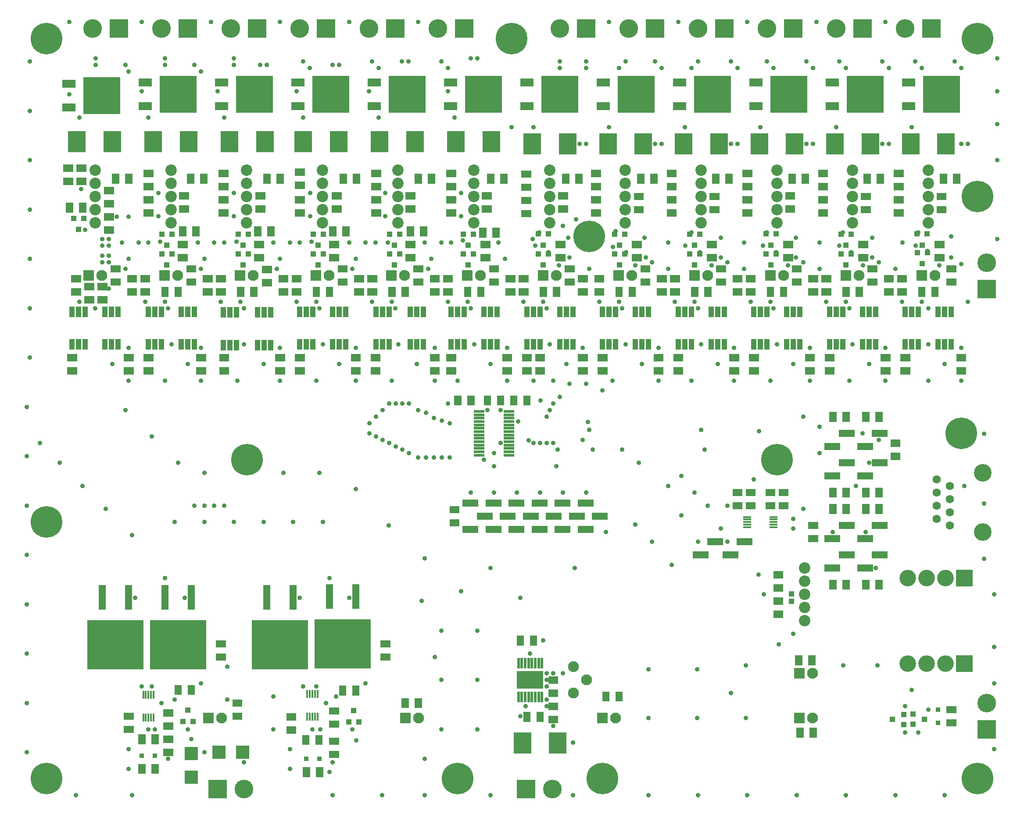
<source format=gts>
G04 #@! TF.GenerationSoftware,KiCad,Pcbnew,(5.1.6)-1*
G04 #@! TF.CreationDate,2023-08-01T14:26:21+02:00*
G04 #@! TF.ProjectId,zone-controller,7a6f6e65-2d63-46f6-9e74-726f6c6c6572,rev?*
G04 #@! TF.SameCoordinates,Original*
G04 #@! TF.FileFunction,Soldermask,Top*
G04 #@! TF.FilePolarity,Negative*
%FSLAX46Y46*%
G04 Gerber Fmt 4.6, Leading zero omitted, Abs format (unit mm)*
G04 Created by KiCad (PCBNEW (5.1.6)-1) date 2023-08-01 14:26:21*
%MOMM*%
%LPD*%
G01*
G04 APERTURE LIST*
%ADD10C,0.900000*%
%ADD11R,1.100000X1.100000*%
%ADD12C,0.100000*%
%ADD13C,6.100000*%
%ADD14R,1.600000X0.450000*%
%ADD15R,3.100000X1.350000*%
%ADD16C,2.200000*%
%ADD17R,2.600000X2.600000*%
%ADD18R,2.100000X2.100000*%
%ADD19C,2.100000*%
%ADD20R,10.900000X9.500000*%
%ADD21R,1.350000X4.700000*%
%ADD22R,2.600000X1.600000*%
%ADD23R,7.100000X7.100000*%
%ADD24R,3.600000X3.600000*%
%ADD25C,3.600000*%
%ADD26R,1.000000X2.100000*%
%ADD27R,0.450000X1.600000*%
%ADD28R,2.100000X0.600000*%
%ADD29R,0.600000X2.100000*%
%ADD30R,5.100000X3.500000*%
%ADD31O,3.200000X3.200000*%
%ADD32R,3.200000X3.200000*%
%ADD33C,1.600000*%
%ADD34C,3.400000*%
%ADD35R,0.900000X0.900000*%
%ADD36R,3.400000X4.100000*%
%ADD37R,1.000000X1.000000*%
G04 APERTURE END LIST*
D10*
X172466000Y-72644000D03*
X195326000Y-117856000D03*
X169926000Y-117856000D03*
X151130000Y-128016000D03*
X169926000Y-128016000D03*
X148590000Y-90678000D03*
X136906000Y-99060000D03*
X188722000Y-117856000D03*
X160528000Y-118618000D03*
X151130000Y-118618000D03*
X160528000Y-128016000D03*
X215900000Y-73152000D03*
X215900000Y-86614000D03*
X215900000Y-97282000D03*
X42418000Y-33782000D03*
X202692000Y-36830000D03*
X41656000Y-25908000D03*
X209550000Y-35052000D03*
X204978000Y-37846000D03*
X209550000Y-39116000D03*
X211455000Y-40386000D03*
X207264000Y-40640000D03*
X194310000Y-35306000D03*
X190246000Y-38100000D03*
X192532000Y-40640000D03*
X194310000Y-39116000D03*
X187960000Y-36830000D03*
X179578000Y-35306000D03*
X179578000Y-39116000D03*
X175768000Y-38100000D03*
X173228000Y-36830000D03*
X178054000Y-40640000D03*
X133858000Y-40640000D03*
X134620000Y-33020000D03*
X128778000Y-35560000D03*
X131826000Y-38100000D03*
X135636000Y-35306000D03*
X135890000Y-39116000D03*
X146812000Y-38100000D03*
X150622000Y-39116000D03*
X150368000Y-35306000D03*
X144272000Y-37084000D03*
X158242000Y-36830000D03*
X165100000Y-35306000D03*
X165100000Y-39116000D03*
X161036000Y-38100000D03*
X163322000Y-40640000D03*
X148590000Y-40640000D03*
X130048000Y-34290000D03*
X137160000Y-31750000D03*
D11*
X130810000Y-40570000D03*
X129860000Y-38370000D03*
X131760000Y-38370000D03*
D10*
X122174000Y-36195000D03*
X115316000Y-35814000D03*
X119634000Y-39116000D03*
X105156000Y-39116000D03*
X100838000Y-36195000D03*
X86106000Y-36068000D03*
X90424000Y-39116000D03*
X71628000Y-36068000D03*
X75946000Y-39116000D03*
D12*
G36*
X76896000Y-37276000D02*
G01*
X74996000Y-37276000D01*
X74996000Y-35876000D01*
X76896000Y-35876000D01*
X76896000Y-37276000D01*
G37*
G36*
X76896000Y-39816000D02*
G01*
X74996000Y-39816000D01*
X74996000Y-38416000D01*
X76896000Y-38416000D01*
X76896000Y-39816000D01*
G37*
D10*
X56896000Y-36068000D03*
X61214000Y-39116000D03*
X48514000Y-31242000D03*
X50800000Y-31242000D03*
D12*
G36*
X135062000Y-37276000D02*
G01*
X133162000Y-37276000D01*
X133162000Y-35876000D01*
X135062000Y-35876000D01*
X135062000Y-37276000D01*
G37*
G36*
X135062000Y-39816000D02*
G01*
X133162000Y-39816000D01*
X133162000Y-38416000D01*
X135062000Y-38416000D01*
X135062000Y-39816000D01*
G37*
G36*
X208214000Y-37276000D02*
G01*
X206314000Y-37276000D01*
X206314000Y-35876000D01*
X208214000Y-35876000D01*
X208214000Y-37276000D01*
G37*
G36*
X208214000Y-39816000D02*
G01*
X206314000Y-39816000D01*
X206314000Y-38416000D01*
X208214000Y-38416000D01*
X208214000Y-39816000D01*
G37*
G36*
X149794000Y-37276000D02*
G01*
X147894000Y-37276000D01*
X147894000Y-35876000D01*
X149794000Y-35876000D01*
X149794000Y-37276000D01*
G37*
G36*
X149794000Y-39816000D02*
G01*
X147894000Y-39816000D01*
X147894000Y-38416000D01*
X149794000Y-38416000D01*
X149794000Y-39816000D01*
G37*
G36*
X164272000Y-37276000D02*
G01*
X162372000Y-37276000D01*
X162372000Y-35876000D01*
X164272000Y-35876000D01*
X164272000Y-37276000D01*
G37*
G36*
X164272000Y-39816000D02*
G01*
X162372000Y-39816000D01*
X162372000Y-38416000D01*
X164272000Y-38416000D01*
X164272000Y-39816000D01*
G37*
G36*
X193482000Y-37276000D02*
G01*
X191582000Y-37276000D01*
X191582000Y-35876000D01*
X193482000Y-35876000D01*
X193482000Y-37276000D01*
G37*
G36*
X193482000Y-39816000D02*
G01*
X191582000Y-39816000D01*
X191582000Y-38416000D01*
X193482000Y-38416000D01*
X193482000Y-39816000D01*
G37*
G36*
X179004000Y-37276000D02*
G01*
X177104000Y-37276000D01*
X177104000Y-35876000D01*
X179004000Y-35876000D01*
X179004000Y-37276000D01*
G37*
G36*
X179004000Y-39816000D02*
G01*
X177104000Y-39816000D01*
X177104000Y-38416000D01*
X179004000Y-38416000D01*
X179004000Y-39816000D01*
G37*
G36*
X208726000Y-22926000D02*
G01*
X208726000Y-24826000D01*
X207326000Y-24826000D01*
X207326000Y-22926000D01*
X208726000Y-22926000D01*
G37*
G36*
X211266000Y-22926000D02*
G01*
X211266000Y-24826000D01*
X209866000Y-24826000D01*
X209866000Y-22926000D01*
X211266000Y-22926000D01*
G37*
G36*
X150306000Y-22926000D02*
G01*
X150306000Y-24826000D01*
X148906000Y-24826000D01*
X148906000Y-22926000D01*
X150306000Y-22926000D01*
G37*
G36*
X152846000Y-22926000D02*
G01*
X152846000Y-24826000D01*
X151446000Y-24826000D01*
X151446000Y-22926000D01*
X152846000Y-22926000D01*
G37*
G36*
X135828000Y-22926000D02*
G01*
X135828000Y-24826000D01*
X134428000Y-24826000D01*
X134428000Y-22926000D01*
X135828000Y-22926000D01*
G37*
G36*
X138368000Y-22926000D02*
G01*
X138368000Y-24826000D01*
X136968000Y-24826000D01*
X136968000Y-22926000D01*
X138368000Y-22926000D01*
G37*
G36*
X164784000Y-22926000D02*
G01*
X164784000Y-24826000D01*
X163384000Y-24826000D01*
X163384000Y-22926000D01*
X164784000Y-22926000D01*
G37*
G36*
X167324000Y-22926000D02*
G01*
X167324000Y-24826000D01*
X165924000Y-24826000D01*
X165924000Y-22926000D01*
X167324000Y-22926000D01*
G37*
G36*
X193994000Y-22926000D02*
G01*
X193994000Y-24826000D01*
X192594000Y-24826000D01*
X192594000Y-22926000D01*
X193994000Y-22926000D01*
G37*
G36*
X196534000Y-22926000D02*
G01*
X196534000Y-24826000D01*
X195134000Y-24826000D01*
X195134000Y-22926000D01*
X196534000Y-22926000D01*
G37*
G36*
X179516000Y-22926000D02*
G01*
X179516000Y-24826000D01*
X178116000Y-24826000D01*
X178116000Y-22926000D01*
X179516000Y-22926000D01*
G37*
G36*
X182056000Y-22926000D02*
G01*
X182056000Y-24826000D01*
X180656000Y-24826000D01*
X180656000Y-22926000D01*
X182056000Y-22926000D01*
G37*
G36*
X120584000Y-37276000D02*
G01*
X118684000Y-37276000D01*
X118684000Y-35876000D01*
X120584000Y-35876000D01*
X120584000Y-37276000D01*
G37*
G36*
X120584000Y-39816000D02*
G01*
X118684000Y-39816000D01*
X118684000Y-38416000D01*
X120584000Y-38416000D01*
X120584000Y-39816000D01*
G37*
G36*
X106106000Y-37276000D02*
G01*
X104206000Y-37276000D01*
X104206000Y-35876000D01*
X106106000Y-35876000D01*
X106106000Y-37276000D01*
G37*
G36*
X106106000Y-39816000D02*
G01*
X104206000Y-39816000D01*
X104206000Y-38416000D01*
X106106000Y-38416000D01*
X106106000Y-39816000D01*
G37*
G36*
X62164000Y-37276000D02*
G01*
X60264000Y-37276000D01*
X60264000Y-35876000D01*
X62164000Y-35876000D01*
X62164000Y-37276000D01*
G37*
G36*
X62164000Y-39816000D02*
G01*
X60264000Y-39816000D01*
X60264000Y-38416000D01*
X62164000Y-38416000D01*
X62164000Y-39816000D01*
G37*
G36*
X91374000Y-37276000D02*
G01*
X89474000Y-37276000D01*
X89474000Y-35876000D01*
X91374000Y-35876000D01*
X91374000Y-37276000D01*
G37*
G36*
X91374000Y-39816000D02*
G01*
X89474000Y-39816000D01*
X89474000Y-38416000D01*
X91374000Y-38416000D01*
X91374000Y-39816000D01*
G37*
G36*
X46040000Y-33082000D02*
G01*
X47940000Y-33082000D01*
X47940000Y-34482000D01*
X46040000Y-34482000D01*
X46040000Y-33082000D01*
G37*
G36*
X46040000Y-30542000D02*
G01*
X47940000Y-30542000D01*
X47940000Y-31942000D01*
X46040000Y-31942000D01*
X46040000Y-30542000D01*
G37*
G36*
X107380000Y-22926000D02*
G01*
X107380000Y-24826000D01*
X105980000Y-24826000D01*
X105980000Y-22926000D01*
X107380000Y-22926000D01*
G37*
G36*
X109920000Y-22926000D02*
G01*
X109920000Y-24826000D01*
X108520000Y-24826000D01*
X108520000Y-22926000D01*
X109920000Y-22926000D01*
G37*
G36*
X121350000Y-22926000D02*
G01*
X121350000Y-24826000D01*
X119950000Y-24826000D01*
X119950000Y-22926000D01*
X121350000Y-22926000D01*
G37*
G36*
X123890000Y-22926000D02*
G01*
X123890000Y-24826000D01*
X122490000Y-24826000D01*
X122490000Y-22926000D01*
X123890000Y-22926000D01*
G37*
G36*
X120966000Y-35240000D02*
G01*
X120966000Y-33340000D01*
X122366000Y-33340000D01*
X122366000Y-35240000D01*
X120966000Y-35240000D01*
G37*
G36*
X118426000Y-35240000D02*
G01*
X118426000Y-33340000D01*
X119826000Y-33340000D01*
X119826000Y-35240000D01*
X118426000Y-35240000D01*
G37*
G36*
X106996000Y-34986000D02*
G01*
X106996000Y-33086000D01*
X108396000Y-33086000D01*
X108396000Y-34986000D01*
X106996000Y-34986000D01*
G37*
G36*
X104456000Y-34986000D02*
G01*
X104456000Y-33086000D01*
X105856000Y-33086000D01*
X105856000Y-34986000D01*
X104456000Y-34986000D01*
G37*
G36*
X63438000Y-22926000D02*
G01*
X63438000Y-24826000D01*
X62038000Y-24826000D01*
X62038000Y-22926000D01*
X63438000Y-22926000D01*
G37*
G36*
X65978000Y-22926000D02*
G01*
X65978000Y-24826000D01*
X64578000Y-24826000D01*
X64578000Y-22926000D01*
X65978000Y-22926000D01*
G37*
G36*
X92902000Y-22926000D02*
G01*
X92902000Y-24826000D01*
X91502000Y-24826000D01*
X91502000Y-22926000D01*
X92902000Y-22926000D01*
G37*
G36*
X95442000Y-22926000D02*
G01*
X95442000Y-24826000D01*
X94042000Y-24826000D01*
X94042000Y-22926000D01*
X95442000Y-22926000D01*
G37*
G36*
X78170000Y-22926000D02*
G01*
X78170000Y-24826000D01*
X76770000Y-24826000D01*
X76770000Y-22926000D01*
X78170000Y-22926000D01*
G37*
G36*
X80710000Y-22926000D02*
G01*
X80710000Y-24826000D01*
X79310000Y-24826000D01*
X79310000Y-22926000D01*
X80710000Y-22926000D01*
G37*
G36*
X63054000Y-34986000D02*
G01*
X63054000Y-33086000D01*
X64454000Y-33086000D01*
X64454000Y-34986000D01*
X63054000Y-34986000D01*
G37*
G36*
X60514000Y-34986000D02*
G01*
X60514000Y-33086000D01*
X61914000Y-33086000D01*
X61914000Y-34986000D01*
X60514000Y-34986000D01*
G37*
G36*
X92010000Y-34986000D02*
G01*
X92010000Y-33086000D01*
X93410000Y-33086000D01*
X93410000Y-34986000D01*
X92010000Y-34986000D01*
G37*
G36*
X89470000Y-34986000D02*
G01*
X89470000Y-33086000D01*
X90870000Y-33086000D01*
X90870000Y-34986000D01*
X89470000Y-34986000D01*
G37*
G36*
X77532000Y-34986000D02*
G01*
X77532000Y-33086000D01*
X78932000Y-33086000D01*
X78932000Y-34986000D01*
X77532000Y-34986000D01*
G37*
G36*
X74992000Y-34986000D02*
G01*
X74992000Y-33086000D01*
X76392000Y-33086000D01*
X76392000Y-34986000D01*
X74992000Y-34986000D01*
G37*
G36*
X48960000Y-22926000D02*
G01*
X48960000Y-24826000D01*
X47560000Y-24826000D01*
X47560000Y-22926000D01*
X48960000Y-22926000D01*
G37*
G36*
X51500000Y-22926000D02*
G01*
X51500000Y-24826000D01*
X50100000Y-24826000D01*
X50100000Y-22926000D01*
X51500000Y-22926000D01*
G37*
G36*
X40070000Y-28514000D02*
G01*
X40070000Y-30414000D01*
X38670000Y-30414000D01*
X38670000Y-28514000D01*
X40070000Y-28514000D01*
G37*
G36*
X42610000Y-28514000D02*
G01*
X42610000Y-30414000D01*
X41210000Y-30414000D01*
X41210000Y-28514000D01*
X42610000Y-28514000D01*
G37*
D11*
X203962000Y-40316000D03*
X203012000Y-38116000D03*
X204912000Y-38116000D03*
X145542000Y-40570000D03*
X144592000Y-38370000D03*
X146492000Y-38370000D03*
X160020000Y-40570000D03*
X159070000Y-38370000D03*
X160970000Y-38370000D03*
X189230000Y-40570000D03*
X188280000Y-38370000D03*
X190180000Y-38370000D03*
X174752000Y-40570000D03*
X173802000Y-38370000D03*
X175702000Y-38370000D03*
X130810000Y-36744000D03*
X129860000Y-34544000D03*
X131760000Y-34544000D03*
X203896000Y-36744000D03*
X202946000Y-34544000D03*
X204846000Y-34544000D03*
X145542000Y-36760000D03*
X144592000Y-34560000D03*
X146492000Y-34560000D03*
X160020000Y-36760000D03*
X159070000Y-34560000D03*
X160970000Y-34560000D03*
X189230000Y-36760000D03*
X188280000Y-34560000D03*
X190180000Y-34560000D03*
X174752000Y-36744000D03*
X173802000Y-34544000D03*
X175702000Y-34544000D03*
X116332000Y-40570000D03*
X115382000Y-38370000D03*
X117282000Y-38370000D03*
X102108000Y-40570000D03*
X101158000Y-38370000D03*
X103058000Y-38370000D03*
X58166000Y-40570000D03*
X57216000Y-38370000D03*
X59116000Y-38370000D03*
X87376000Y-40570000D03*
X86426000Y-38370000D03*
X88326000Y-38370000D03*
X72898000Y-40570000D03*
X71948000Y-38370000D03*
X73848000Y-38370000D03*
X116332000Y-36760000D03*
X115382000Y-34560000D03*
X117282000Y-34560000D03*
X102108000Y-36760000D03*
X101158000Y-34560000D03*
X103058000Y-34560000D03*
X58166000Y-36760000D03*
X57216000Y-34560000D03*
X59116000Y-34560000D03*
X87376000Y-36760000D03*
X86426000Y-34560000D03*
X88326000Y-34560000D03*
X72898000Y-36760000D03*
X71948000Y-34560000D03*
X73848000Y-34560000D03*
X41148000Y-33712000D03*
X40198000Y-31512000D03*
X42098000Y-31512000D03*
D10*
X89535000Y-100965000D03*
X57785000Y-100965000D03*
X107950000Y-135890000D03*
X33655000Y-74930000D03*
X37465000Y-78740000D03*
X46355000Y-87630000D03*
X41910000Y-83185000D03*
X51435000Y-92710000D03*
X59690000Y-90170000D03*
X65405000Y-90170000D03*
X71120000Y-90170000D03*
D13*
X34925000Y-90170000D03*
D14*
X175260000Y-89170000D03*
X175260000Y-89670000D03*
X175260000Y-90170000D03*
X175260000Y-90670000D03*
X175260000Y-91170000D03*
X170180000Y-91170000D03*
X170180000Y-90670000D03*
X170180000Y-90170000D03*
X170180000Y-89170000D03*
X170180000Y-89670000D03*
D13*
X214630000Y-27305000D03*
X114300000Y-139700000D03*
X211455000Y-73025000D03*
D10*
X184150000Y-71755000D03*
X184150000Y-76835000D03*
X160020000Y-84455000D03*
X171450000Y-81915000D03*
X173355000Y-104140000D03*
X180975000Y-69850000D03*
X180975000Y-87630000D03*
X191135000Y-83185000D03*
X194945000Y-99060000D03*
X193040000Y-92075000D03*
X193675000Y-78740000D03*
X195580000Y-74295000D03*
X192405000Y-73025000D03*
X186690000Y-92075000D03*
X179070000Y-91440000D03*
X179070000Y-89535000D03*
X155575000Y-98425000D03*
X157480000Y-88900000D03*
X157480000Y-81280000D03*
D15*
X192935000Y-99060000D03*
X195685000Y-96520000D03*
D12*
G36*
X194880000Y-85405000D02*
G01*
X194880000Y-83505000D01*
X196280000Y-83505000D01*
X196280000Y-85405000D01*
X194880000Y-85405000D01*
G37*
G36*
X192340000Y-85405000D02*
G01*
X192340000Y-83505000D01*
X193740000Y-83505000D01*
X193740000Y-85405000D01*
X192340000Y-85405000D01*
G37*
G36*
X188530000Y-85405000D02*
G01*
X188530000Y-83505000D01*
X189930000Y-83505000D01*
X189930000Y-85405000D01*
X188530000Y-85405000D01*
G37*
G36*
X185990000Y-85405000D02*
G01*
X185990000Y-83505000D01*
X187390000Y-83505000D01*
X187390000Y-85405000D01*
X185990000Y-85405000D01*
G37*
G36*
X197805000Y-76770000D02*
G01*
X199705000Y-76770000D01*
X199705000Y-78170000D01*
X197805000Y-78170000D01*
X197805000Y-76770000D01*
G37*
G36*
X197805000Y-74230000D02*
G01*
X199705000Y-74230000D01*
X199705000Y-75630000D01*
X197805000Y-75630000D01*
X197805000Y-74230000D01*
G37*
G36*
X187390000Y-68900000D02*
G01*
X187390000Y-70800000D01*
X185990000Y-70800000D01*
X185990000Y-68900000D01*
X187390000Y-68900000D01*
G37*
G36*
X189930000Y-68900000D02*
G01*
X189930000Y-70800000D01*
X188530000Y-70800000D01*
X188530000Y-68900000D01*
X189930000Y-68900000D01*
G37*
G36*
X193740000Y-68900000D02*
G01*
X193740000Y-70800000D01*
X192340000Y-70800000D01*
X192340000Y-68900000D01*
X193740000Y-68900000D01*
G37*
G36*
X196280000Y-68900000D02*
G01*
X196280000Y-70800000D01*
X194880000Y-70800000D01*
X194880000Y-68900000D01*
X196280000Y-68900000D01*
G37*
G36*
X187390000Y-101285000D02*
G01*
X187390000Y-103185000D01*
X185990000Y-103185000D01*
X185990000Y-101285000D01*
X187390000Y-101285000D01*
G37*
G36*
X189930000Y-101285000D02*
G01*
X189930000Y-103185000D01*
X188530000Y-103185000D01*
X188530000Y-101285000D01*
X189930000Y-101285000D01*
G37*
G36*
X193740000Y-101285000D02*
G01*
X193740000Y-103185000D01*
X192340000Y-103185000D01*
X192340000Y-101285000D01*
X193740000Y-101285000D01*
G37*
G36*
X196280000Y-101285000D02*
G01*
X196280000Y-103185000D01*
X194880000Y-103185000D01*
X194880000Y-101285000D01*
X196280000Y-101285000D01*
G37*
G36*
X181930000Y-92645000D02*
G01*
X183830000Y-92645000D01*
X183830000Y-94045000D01*
X181930000Y-94045000D01*
X181930000Y-92645000D01*
G37*
G36*
X181930000Y-90105000D02*
G01*
X183830000Y-90105000D01*
X183830000Y-91505000D01*
X181930000Y-91505000D01*
X181930000Y-90105000D01*
G37*
G36*
X194880000Y-88580000D02*
G01*
X194880000Y-86680000D01*
X196280000Y-86680000D01*
X196280000Y-88580000D01*
X194880000Y-88580000D01*
G37*
G36*
X192340000Y-88580000D02*
G01*
X192340000Y-86680000D01*
X193740000Y-86680000D01*
X193740000Y-88580000D01*
X192340000Y-88580000D01*
G37*
G36*
X188530000Y-88580000D02*
G01*
X188530000Y-86680000D01*
X189930000Y-86680000D01*
X189930000Y-88580000D01*
X188530000Y-88580000D01*
G37*
G36*
X185990000Y-88580000D02*
G01*
X185990000Y-86680000D01*
X187390000Y-86680000D01*
X187390000Y-88580000D01*
X185990000Y-88580000D01*
G37*
D15*
X189335000Y-78740000D03*
X186585000Y-81280000D03*
X192935000Y-81280000D03*
X195685000Y-78740000D03*
X195685000Y-73025000D03*
X192935000Y-75565000D03*
X186585000Y-75565000D03*
X189335000Y-73025000D03*
X189335000Y-96520000D03*
X186585000Y-99060000D03*
X186585000Y-93345000D03*
X189335000Y-90805000D03*
X195685000Y-90805000D03*
X192935000Y-93345000D03*
D10*
X133604000Y-76200000D03*
X121285000Y-76835000D03*
X121285000Y-79375000D03*
X133350000Y-79375000D03*
X130175000Y-60960000D03*
X130175000Y-58420000D03*
D12*
G36*
X129225000Y-60260000D02*
G01*
X131125000Y-60260000D01*
X131125000Y-61660000D01*
X129225000Y-61660000D01*
X129225000Y-60260000D01*
G37*
G36*
X129225000Y-57720000D02*
G01*
X131125000Y-57720000D01*
X131125000Y-59120000D01*
X129225000Y-59120000D01*
X129225000Y-57720000D01*
G37*
D10*
X112395000Y-67310000D03*
X109855000Y-116205000D03*
X200152000Y-36195000D03*
X184150000Y-36195000D03*
X169545000Y-36195000D03*
X154940000Y-36195000D03*
X39370000Y6350000D03*
X49530000Y-36195000D03*
X64135000Y-36195000D03*
X78740000Y-36195000D03*
X93345000Y-36195000D03*
X93980000Y-41275000D03*
X107950000Y-36195000D03*
X108585000Y-41275000D03*
X129286000Y-36830000D03*
X209550000Y-9525000D03*
X207645000Y-9525000D03*
X205740000Y-9525000D03*
X205740000Y-7620000D03*
X207645000Y-7620000D03*
X209550000Y-7620000D03*
X209550000Y-5715000D03*
X207645000Y-5715000D03*
X205740000Y-5715000D03*
X191135000Y-9525000D03*
X193040000Y-9525000D03*
X194945000Y-9525000D03*
X194945000Y-7620000D03*
X193040000Y-7620000D03*
X191135000Y-7620000D03*
X194945000Y-5715000D03*
X193040000Y-5715000D03*
X191135000Y-5715000D03*
X180340000Y-9525000D03*
X178435000Y-9525000D03*
X176530000Y-9525000D03*
X176530000Y-7620000D03*
X178435000Y-7620000D03*
X180340000Y-7620000D03*
X180340000Y-5715000D03*
X178435000Y-5715000D03*
X176530000Y-5715000D03*
X165735000Y-9525000D03*
X163830000Y-9525000D03*
X161925000Y-9525000D03*
X161925000Y-7620000D03*
X163830000Y-7620000D03*
X165735000Y-7620000D03*
X165735000Y-5715000D03*
X163830000Y-5715000D03*
X161925000Y-5715000D03*
X146685000Y-9525000D03*
X148590000Y-9525000D03*
X150495000Y-9525000D03*
X150495000Y-7620000D03*
X148590000Y-7620000D03*
X146685000Y-7620000D03*
X150495000Y-5715000D03*
X148590000Y-5715000D03*
X146685000Y-5715000D03*
X135890000Y-9525000D03*
X133985000Y-9525000D03*
X132080000Y-9525000D03*
X132080000Y-7620000D03*
X133985000Y-7620000D03*
X135890000Y-7620000D03*
X135890000Y-5715000D03*
X133985000Y-5715000D03*
X132080000Y-5715000D03*
X121285000Y-9525000D03*
X119380000Y-9525000D03*
X117475000Y-9525000D03*
X117475000Y-7620000D03*
X119380000Y-7620000D03*
X121285000Y-7620000D03*
X121285000Y-5715000D03*
X119380000Y-5715000D03*
X117475000Y-5715000D03*
X106680000Y-9525000D03*
X104775000Y-9525000D03*
X102870000Y-9525000D03*
X106680000Y-7620000D03*
X104775000Y-7620000D03*
X102870000Y-7620000D03*
X106680000Y-5715000D03*
X104775000Y-5715000D03*
X102870000Y-5715000D03*
X91440000Y-9525000D03*
X89535000Y-9525000D03*
X87630000Y-9525000D03*
X87630000Y-7620000D03*
X89535000Y-7620000D03*
X91440000Y-7620000D03*
X91440000Y-5715000D03*
X89535000Y-5715000D03*
X87630000Y-5715000D03*
X73025000Y-9525000D03*
X74930000Y-9525000D03*
X76835000Y-9525000D03*
X76835000Y-7620000D03*
X74930000Y-7620000D03*
X72957000Y-7620000D03*
X76835000Y-5715000D03*
X74930000Y-5715000D03*
X73025000Y-5715000D03*
X58420000Y-9525000D03*
X58420000Y-7620000D03*
X60325000Y-7620000D03*
X60325000Y-9525000D03*
X62230000Y-9525000D03*
X62230000Y-7620000D03*
X62230000Y-5715000D03*
X60325000Y-5715000D03*
X58420000Y-5715000D03*
X45720000Y-9525000D03*
X45720000Y-5715000D03*
X45720000Y-7620000D03*
X47625000Y-7620000D03*
X47625000Y-9525000D03*
X43815000Y-9525000D03*
X43815000Y-7620000D03*
X47625000Y-5715000D03*
X43815000Y-5715000D03*
X44450000Y-116840000D03*
X48260000Y-116840000D03*
X52070000Y-116840000D03*
X52070000Y-113665000D03*
X48260000Y-113665000D03*
X44450000Y-113665000D03*
X44450000Y-110490000D03*
X48260000Y-110490000D03*
X52070000Y-110490000D03*
X60325000Y-113665000D03*
X56515000Y-113665000D03*
X56515000Y-116840000D03*
X60325000Y-116840000D03*
X64135000Y-116840000D03*
X64135000Y-113665000D03*
X64135000Y-110490000D03*
X60325000Y-110490000D03*
X56515000Y-110490000D03*
X88265000Y-90170000D03*
X82550000Y-90170000D03*
X76835000Y-90170000D03*
X78740000Y-123825000D03*
X78740000Y-130175000D03*
X83820000Y-116840000D03*
X83820000Y-113665000D03*
X80010000Y-113665000D03*
X80010000Y-116840000D03*
X76200000Y-116840000D03*
X76200000Y-113665000D03*
X76200000Y-110490000D03*
X80010000Y-110490000D03*
X83820000Y-110490000D03*
X92075000Y-110490000D03*
X95885000Y-113665000D03*
X88900000Y-113665000D03*
X92075000Y-113665000D03*
X92075000Y-116840000D03*
X95885000Y-116840000D03*
X95885000Y-110490000D03*
X88900000Y-110490000D03*
X88900000Y-116840000D03*
X107315000Y-105410000D03*
X111125000Y-111125000D03*
X111125000Y-120650000D03*
X111125000Y-130175000D03*
X107950000Y-142875000D03*
X99695000Y-142875000D03*
X90170000Y-142875000D03*
X217805000Y-104140000D03*
X217805000Y-114300000D03*
X217805000Y-121285000D03*
X217805000Y-133985000D03*
X55245000Y-73660000D03*
X60325000Y-78740000D03*
X65405000Y-80645000D03*
X80645000Y-80645000D03*
X87630000Y-80645000D03*
X94615000Y-83820000D03*
X100965000Y-90805000D03*
X107950000Y-97155000D03*
X114935000Y-103505000D03*
X50165000Y-68580000D03*
X118110000Y-111125000D03*
X118110000Y-120650000D03*
X118110000Y-130175000D03*
X136525000Y-142875000D03*
X120650000Y-142875000D03*
X151130000Y-142875000D03*
X160655000Y-142875000D03*
X170180000Y-142875000D03*
X179705000Y-142875000D03*
X189230000Y-142875000D03*
X198755000Y-142875000D03*
X208280000Y-142875000D03*
X51435000Y-142875000D03*
X40640000Y-142875000D03*
X31115000Y-134620000D03*
X31115000Y-125095000D03*
X31115000Y-115570000D03*
X31115000Y-106045000D03*
X31115000Y-96520000D03*
X31115000Y-86995000D03*
X31115000Y-77470000D03*
X31115000Y-67945000D03*
X31750000Y-58420000D03*
X218440000Y-35560000D03*
X218440000Y-13335000D03*
X218440000Y-20320000D03*
X218440000Y-6985000D03*
X218440000Y-635000D03*
X196850000Y6350000D03*
X183515000Y6350000D03*
X170180000Y6350000D03*
X156845000Y6350000D03*
X143510000Y6350000D03*
X31750000Y-1270000D03*
X31750000Y-10795000D03*
X106680000Y6350000D03*
X93345000Y6350000D03*
X80010000Y6350000D03*
X66675000Y6350000D03*
X53340000Y6350000D03*
X31750000Y-48895000D03*
X31750000Y-39370000D03*
X31750000Y-29845000D03*
X31750000Y-20320000D03*
X166370000Y-86995000D03*
X120650000Y-99060000D03*
X126365000Y-104775000D03*
X179070000Y-111760000D03*
X137795000Y-17145000D03*
X211455000Y-17145000D03*
X203200000Y-34290000D03*
X188595000Y-34290000D03*
X173990000Y-34290000D03*
X197485000Y-17145000D03*
X182880000Y-17145000D03*
X168275000Y-17145000D03*
X144780000Y-34036000D03*
X159385000Y-34290000D03*
X153670000Y-17145000D03*
X139065000Y-17145000D03*
X196215000Y-17145000D03*
X158115000Y-13970000D03*
X167005000Y-17145000D03*
X151765000Y-40005000D03*
X139700000Y-41275000D03*
X123444000Y-39370000D03*
D16*
X44323000Y-22225000D03*
X44323000Y-32385000D03*
X44323000Y-27305000D03*
X44323000Y-29845000D03*
X44323000Y-24765000D03*
X58939540Y-22225000D03*
X58939540Y-32385000D03*
X58939540Y-27305000D03*
X58939540Y-29845000D03*
X58939540Y-24765000D03*
D13*
X142240000Y-139700000D03*
D10*
X197485000Y-2540000D03*
X196215000Y-1270000D03*
X189230000Y-2540000D03*
X187960000Y-1270000D03*
X203835000Y-2540000D03*
X202565000Y-1270000D03*
X211455000Y-2540000D03*
X210185000Y-1270000D03*
X175260000Y-2540000D03*
X173990000Y-1270000D03*
X182880000Y-2540000D03*
X181610000Y-1270000D03*
X159385000Y-2540000D03*
X160655000Y-1270000D03*
X168275000Y-2540000D03*
X167005000Y-1270000D03*
X145415000Y-2540000D03*
X146685000Y-1270000D03*
X153670000Y-2540000D03*
X152400000Y-1270000D03*
X139065000Y-2540000D03*
X139065000Y-1270000D03*
X133985000Y-2540000D03*
X133985000Y-1270000D03*
X112395000Y-2540000D03*
X111125000Y-1270000D03*
X118110000Y-635000D03*
X116840000Y-635000D03*
X104775000Y-1270000D03*
X103505000Y-1270000D03*
X99060000Y-2540000D03*
X97790000Y-1270000D03*
X91440000Y-1905000D03*
X90170000Y-1905000D03*
X85725000Y-2540000D03*
X84455000Y-1270000D03*
X77470000Y-1905000D03*
X76200000Y-1905000D03*
X71120000Y-1905000D03*
X71120000Y-635000D03*
X57785000Y-1905000D03*
X57785000Y-635000D03*
X64770000Y-3175000D03*
X63500000Y-1905000D03*
X50800000Y-3175000D03*
X50165000Y-1905000D03*
X44450000Y-1905000D03*
X44450000Y-635000D03*
D13*
X124714000Y3175000D03*
X139700000Y-35052000D03*
X175895000Y-78105000D03*
X73660000Y-78105000D03*
X34925000Y-139700000D03*
X214630000Y-139700000D03*
X214630000Y3175000D03*
X34925000Y3175000D03*
D16*
X146638818Y-22225000D03*
X146638818Y-32385000D03*
X146638818Y-27305000D03*
X146638818Y-29845000D03*
X146638818Y-24765000D03*
X117405727Y-22225000D03*
X117405727Y-32385000D03*
X117405727Y-27305000D03*
X117405727Y-29845000D03*
X117405727Y-24765000D03*
X132022273Y-22225000D03*
X132022273Y-32385000D03*
X132022273Y-27305000D03*
X132022273Y-29845000D03*
X132022273Y-24765000D03*
X205105000Y-22225000D03*
X205105000Y-32385000D03*
X205105000Y-27305000D03*
X205105000Y-29845000D03*
X205105000Y-24765000D03*
X190488455Y-22225000D03*
X190488455Y-32385000D03*
X190488455Y-27305000D03*
X190488455Y-29845000D03*
X190488455Y-24765000D03*
X175871909Y-22225000D03*
X175871909Y-32385000D03*
X175871909Y-27305000D03*
X175871909Y-29845000D03*
X175871909Y-24765000D03*
X161255364Y-22225000D03*
X161255364Y-32385000D03*
X161255364Y-27305000D03*
X161255364Y-29845000D03*
X161255364Y-24765000D03*
X102789182Y-22225000D03*
X102789182Y-32385000D03*
X102789182Y-27305000D03*
X102789182Y-29845000D03*
X102789182Y-24765000D03*
X88172636Y-22225000D03*
X88172636Y-32385000D03*
X88172636Y-27305000D03*
X88172636Y-29845000D03*
X88172636Y-24765000D03*
X73556091Y-22225000D03*
X73556091Y-32385000D03*
X73556091Y-27305000D03*
X73556091Y-29845000D03*
X73556091Y-24765000D03*
X181229000Y-99060000D03*
X181229000Y-109220000D03*
X181229000Y-104140000D03*
X181229000Y-106680000D03*
X181229000Y-101600000D03*
D15*
X138960000Y-86487000D03*
X138960000Y-91567000D03*
X141710000Y-89027000D03*
X134515000Y-86487000D03*
X134515000Y-91567000D03*
X137265000Y-89027000D03*
X130070000Y-86487000D03*
X130070000Y-91567000D03*
X132820000Y-89027000D03*
X125625000Y-86487000D03*
X125625000Y-91567000D03*
X128375000Y-89027000D03*
X121180000Y-86487000D03*
X121180000Y-91567000D03*
X123930000Y-89027000D03*
X116735000Y-86487000D03*
X116735000Y-91567000D03*
X119485000Y-89027000D03*
X166900000Y-96520000D03*
X169650000Y-93980000D03*
X161185000Y-96520000D03*
X163935000Y-93980000D03*
D17*
X68185000Y-134620000D03*
X72785000Y-134620000D03*
X62865000Y-139460000D03*
X62865000Y-134860000D03*
D18*
X43053000Y-42545000D03*
D19*
X45593000Y-42545000D03*
D10*
X83820000Y-104775000D03*
X52070000Y-104775000D03*
D20*
X92075000Y-113665000D03*
D21*
X89535000Y-104515000D03*
X94615000Y-104515000D03*
D20*
X80010000Y-113865000D03*
D21*
X77470000Y-104715000D03*
X82550000Y-104715000D03*
D20*
X60325000Y-113865000D03*
D21*
X57785000Y-104715000D03*
X62865000Y-104715000D03*
D20*
X48260000Y-113865000D03*
D21*
X45720000Y-104715000D03*
X50800000Y-104715000D03*
D22*
X39293000Y-5594000D03*
X39293000Y-10154000D03*
D23*
X45593000Y-7874000D03*
D24*
X205740000Y5080000D03*
D25*
X200660000Y5080000D03*
D24*
X192405000Y5080000D03*
D25*
X187325000Y5080000D03*
D24*
X179070000Y5080000D03*
D25*
X173990000Y5080000D03*
D24*
X165735000Y5080000D03*
D25*
X160655000Y5080000D03*
D24*
X152400000Y5080000D03*
D25*
X147320000Y5080000D03*
D24*
X139065000Y5080000D03*
D25*
X133985000Y5080000D03*
D24*
X115570000Y5080000D03*
D25*
X110490000Y5080000D03*
D24*
X102235000Y5080000D03*
D25*
X97155000Y5080000D03*
D24*
X88900000Y5080000D03*
D25*
X83820000Y5080000D03*
D24*
X75565000Y5080000D03*
D25*
X70485000Y5080000D03*
D24*
X62230000Y5080000D03*
D25*
X57150000Y5080000D03*
D24*
X216408000Y-45212000D03*
D25*
X216408000Y-40132000D03*
D24*
X216408000Y-130175000D03*
D25*
X216408000Y-125095000D03*
D24*
X48895000Y5080000D03*
D25*
X43815000Y5080000D03*
D24*
X127508000Y-141732000D03*
D25*
X132588000Y-141732000D03*
D24*
X67945000Y-141732000D03*
D25*
X73025000Y-141732000D03*
D26*
X207010000Y-49555000D03*
X208280000Y-55855000D03*
X209550000Y-49555000D03*
X208280000Y-49555000D03*
X209550000Y-55855000D03*
X207010000Y-55855000D03*
X203200000Y-55855000D03*
X201930000Y-49555000D03*
X200660000Y-55855000D03*
X201930000Y-55855000D03*
X200660000Y-49555000D03*
X203200000Y-49555000D03*
X192405000Y-49555000D03*
X193675000Y-55855000D03*
X194945000Y-49555000D03*
X193675000Y-49555000D03*
X194945000Y-55855000D03*
X192405000Y-55855000D03*
X188595000Y-55855000D03*
X187325000Y-49555000D03*
X186055000Y-55855000D03*
X187325000Y-55855000D03*
X186055000Y-49555000D03*
X188595000Y-49555000D03*
X177800000Y-49555000D03*
X179070000Y-55855000D03*
X180340000Y-49555000D03*
X179070000Y-49555000D03*
X180340000Y-55855000D03*
X177800000Y-55855000D03*
X173990000Y-55855000D03*
X172720000Y-49555000D03*
X171450000Y-55855000D03*
X172720000Y-55855000D03*
X171450000Y-49555000D03*
X173990000Y-49555000D03*
X163195000Y-49555000D03*
X164465000Y-55855000D03*
X165735000Y-49555000D03*
X164465000Y-49555000D03*
X165735000Y-55855000D03*
X163195000Y-55855000D03*
X159385000Y-55855000D03*
X158115000Y-49555000D03*
X156845000Y-55855000D03*
X158115000Y-55855000D03*
X156845000Y-49555000D03*
X159385000Y-49555000D03*
X148590000Y-49555000D03*
X149860000Y-55855000D03*
X151130000Y-49555000D03*
X149860000Y-49555000D03*
X151130000Y-55855000D03*
X148590000Y-55855000D03*
X144780000Y-55855000D03*
X143510000Y-49555000D03*
X142240000Y-55855000D03*
X143510000Y-55855000D03*
X142240000Y-49555000D03*
X144780000Y-49555000D03*
X133985000Y-49555000D03*
X135255000Y-55855000D03*
X136525000Y-49555000D03*
X135255000Y-49555000D03*
X136525000Y-55855000D03*
X133985000Y-55855000D03*
X130175000Y-55855000D03*
X128905000Y-49555000D03*
X127635000Y-55855000D03*
X128905000Y-55855000D03*
X127635000Y-49555000D03*
X130175000Y-49555000D03*
X119380000Y-49555000D03*
X120650000Y-55855000D03*
X121920000Y-49555000D03*
X120650000Y-49555000D03*
X121920000Y-55855000D03*
X119380000Y-55855000D03*
X115570000Y-55855000D03*
X114300000Y-49555000D03*
X113030000Y-55855000D03*
X114300000Y-55855000D03*
X113030000Y-49555000D03*
X115570000Y-49555000D03*
X105156000Y-49555000D03*
X106426000Y-55855000D03*
X107696000Y-49555000D03*
X106426000Y-49555000D03*
X107696000Y-55855000D03*
X105156000Y-55855000D03*
X101092000Y-55855000D03*
X99822000Y-49555000D03*
X98552000Y-55855000D03*
X99822000Y-55855000D03*
X98552000Y-49555000D03*
X101092000Y-49555000D03*
X90170000Y-49555000D03*
X91440000Y-55855000D03*
X92710000Y-49555000D03*
X91440000Y-49555000D03*
X92710000Y-55855000D03*
X90170000Y-55855000D03*
X86360000Y-55855000D03*
X85090000Y-49555000D03*
X83820000Y-55855000D03*
X85090000Y-55855000D03*
X83820000Y-49555000D03*
X86360000Y-49555000D03*
X75692000Y-49682000D03*
X76962000Y-55982000D03*
X78232000Y-49682000D03*
X76962000Y-49682000D03*
X78232000Y-55982000D03*
X75692000Y-55982000D03*
X71628000Y-55982000D03*
X70358000Y-49682000D03*
X69088000Y-55982000D03*
X70358000Y-55982000D03*
X69088000Y-49682000D03*
X71628000Y-49682000D03*
X60960000Y-49555000D03*
X62230000Y-55855000D03*
X63500000Y-49555000D03*
X62230000Y-49555000D03*
X63500000Y-55855000D03*
X60960000Y-55855000D03*
X57150000Y-55855000D03*
X55880000Y-49555000D03*
X54610000Y-55855000D03*
X55880000Y-55855000D03*
X54610000Y-49555000D03*
X57150000Y-49555000D03*
X46228000Y-49555000D03*
X47498000Y-55855000D03*
X48768000Y-49555000D03*
X47498000Y-49555000D03*
X48768000Y-55855000D03*
X46228000Y-55855000D03*
X42418000Y-55855000D03*
X41148000Y-49555000D03*
X39878000Y-55855000D03*
X41148000Y-55855000D03*
X39878000Y-49555000D03*
X42418000Y-49555000D03*
D27*
X86749000Y-127717000D03*
X87249000Y-123317000D03*
X86249000Y-123317000D03*
X85249000Y-127717000D03*
X85749000Y-123317000D03*
X85749000Y-127717000D03*
X85249000Y-123317000D03*
X87249000Y-127717000D03*
X86749000Y-123317000D03*
X86249000Y-127717000D03*
X55110000Y-127930000D03*
X55610000Y-123530000D03*
X54610000Y-123530000D03*
X53610000Y-127930000D03*
X54110000Y-123530000D03*
X54110000Y-127930000D03*
X53610000Y-123530000D03*
X55610000Y-127930000D03*
X55110000Y-123530000D03*
X54610000Y-127930000D03*
D28*
X124187500Y-77250000D03*
X124187500Y-72050000D03*
X124187500Y-75950000D03*
X124187500Y-70750000D03*
X118382500Y-71400000D03*
X118382500Y-77250000D03*
X118382500Y-72700000D03*
X124187500Y-70100000D03*
X124187500Y-69450000D03*
X124187500Y-68800000D03*
X118382500Y-75300000D03*
X118382500Y-70750000D03*
X118382500Y-70100000D03*
X124187500Y-74000000D03*
X118382500Y-74650000D03*
X124187500Y-73350000D03*
X118382500Y-68800000D03*
X118382500Y-73350000D03*
X124187500Y-72700000D03*
X124187500Y-76600000D03*
X118382500Y-72050000D03*
X118382500Y-74000000D03*
X124187500Y-74650000D03*
X118382500Y-75950000D03*
X124187500Y-71400000D03*
X118382500Y-69450000D03*
X118382500Y-76600000D03*
X124187500Y-75300000D03*
D10*
X93345000Y-104775000D03*
X84455000Y-121920000D03*
X86995000Y-121920000D03*
X96520000Y-121285000D03*
X90805000Y-123825000D03*
X88900000Y-125095000D03*
X86233000Y-130175000D03*
X87757000Y-130175000D03*
X93980000Y-130175000D03*
X94742000Y-132334000D03*
X90170000Y-136525000D03*
X89535000Y-138430000D03*
X81915000Y-133985000D03*
X81915000Y-137795000D03*
X61595000Y-104775000D03*
X53340000Y-121920000D03*
X55245000Y-121920000D03*
X59690000Y-124460000D03*
X64770000Y-121285000D03*
X57150000Y-125095000D03*
X62230000Y-130175000D03*
X62865000Y-132080000D03*
X58420000Y-135890000D03*
X50800000Y-133985000D03*
X50800000Y-137795000D03*
X69850000Y-124460000D03*
X65405000Y-134620000D03*
X73025000Y-136525000D03*
X69850000Y-118110000D03*
X149225000Y-78740000D03*
X63500000Y-86995000D03*
X69215000Y-86995000D03*
X67310000Y-86995000D03*
X65405000Y-86995000D03*
X45720000Y-40005000D03*
X46990000Y-40005000D03*
X45720000Y-36830000D03*
X46990000Y-36830000D03*
X46990000Y-38735000D03*
X46990000Y-35560000D03*
X46990000Y-45085000D03*
X41275000Y-47625000D03*
X40386000Y-43180000D03*
X161925000Y-76200000D03*
X146050000Y-76200000D03*
X162560000Y-86995000D03*
X165100000Y-91440000D03*
X212090000Y-83185000D03*
X167005000Y-123190000D03*
X154940000Y-83185000D03*
X161290000Y-72390000D03*
X151765000Y-93980000D03*
X151765000Y-93980000D03*
X139065000Y-63500000D03*
X135890000Y-63500000D03*
X142875000Y-92075000D03*
X200660000Y-125730000D03*
X201930000Y-122555000D03*
X140335000Y-76200000D03*
X45720000Y-35560000D03*
X45720000Y-38735000D03*
X41275000Y-12065000D03*
X198755000Y-41275000D03*
X184150000Y-41275000D03*
X169545000Y-41275000D03*
X154940000Y-41275000D03*
X113030000Y-36195000D03*
X114935000Y-31115000D03*
X114935000Y-26670000D03*
X113665000Y-12065000D03*
X96520000Y-36195000D03*
X100330000Y-31115000D03*
X100330000Y-26670000D03*
X99060000Y-12065000D03*
X83820000Y-36195000D03*
X85852000Y-31115000D03*
X85852000Y-26670000D03*
X84455000Y-12065000D03*
X69215000Y-12065000D03*
X69215000Y-36195000D03*
X71120000Y-31115000D03*
X71120000Y-26670000D03*
X54610000Y-12065000D03*
X50165000Y-41275000D03*
X56515000Y-31115000D03*
X56515000Y-26670000D03*
X176276000Y-113792000D03*
X203200000Y-130810000D03*
X200660000Y-130810000D03*
X205105000Y-126365000D03*
X172339000Y-100330000D03*
X166370000Y-93980000D03*
X160655000Y-93980000D03*
X139065000Y-84455000D03*
X134620000Y-84455000D03*
X130175000Y-84455000D03*
X125730000Y-84455000D03*
X121285000Y-84455000D03*
X116840000Y-84455000D03*
X47625000Y-59690000D03*
X62230000Y-59690000D03*
X76835000Y-59690000D03*
X91440000Y-59690000D03*
X106680000Y-68580000D03*
X108204000Y-69088000D03*
X109728000Y-70104000D03*
X111252000Y-70612000D03*
X106680000Y-77724000D03*
X108204000Y-77724000D03*
X109728000Y-77724000D03*
X111252000Y-77724000D03*
X112776000Y-71120000D03*
X112776000Y-77724000D03*
X106426000Y-59690000D03*
X135255000Y-59690000D03*
X120650000Y-59690000D03*
X208280000Y-59690000D03*
X193675000Y-59690000D03*
X179070000Y-59690000D03*
X164465000Y-59690000D03*
X149860000Y-59690000D03*
X119380000Y-78105000D03*
X120015000Y-68580000D03*
X122555000Y-68580000D03*
X142240000Y-64770000D03*
X139446000Y-70866000D03*
X138430000Y-74295000D03*
X139700000Y-72390000D03*
X125095000Y-66675000D03*
X125984000Y-70739000D03*
X133985000Y-66040000D03*
X132715000Y-67310000D03*
X132080000Y-68580000D03*
X131445000Y-69850000D03*
X130302000Y-66675000D03*
X128016000Y-74422000D03*
X128905000Y-74930000D03*
X130175000Y-74930000D03*
X132715000Y-74930000D03*
X131445000Y-74930000D03*
X122555000Y-74930000D03*
X205105000Y-55880000D03*
X211455000Y-62865000D03*
X205105000Y-62865000D03*
X211455000Y-56515000D03*
X196850000Y-56515000D03*
X182245000Y-56515000D03*
X189865000Y-62865000D03*
X174625000Y-62865000D03*
X190500000Y-55880000D03*
X175895000Y-55880000D03*
X196850000Y-62865000D03*
X182245000Y-62865000D03*
X167640000Y-56515000D03*
X153035000Y-56515000D03*
X161290000Y-55880000D03*
X146685000Y-55880000D03*
X144145000Y-62865000D03*
X159385000Y-62865000D03*
X167640000Y-62865000D03*
X153035000Y-62865000D03*
X138430000Y-56515000D03*
X123825000Y-56515000D03*
X132080000Y-55880000D03*
X117475000Y-55880000D03*
X128905000Y-62865000D03*
X114300000Y-62865000D03*
X132715000Y-62865000D03*
X123825000Y-62865000D03*
X109855000Y-56515000D03*
X109855000Y-62865000D03*
X102870000Y-55880000D03*
X101600000Y-62865000D03*
X94615000Y-62865000D03*
X88265000Y-55880000D03*
X86995000Y-62865000D03*
X94615000Y-56515000D03*
X80010000Y-56515000D03*
X71755000Y-62865000D03*
X57785000Y-62865000D03*
X80010000Y-62865000D03*
X73025000Y-55880000D03*
X59055000Y-55880000D03*
X64770000Y-56515000D03*
X64770000Y-62865000D03*
X50800000Y-62865000D03*
X50800000Y-56515000D03*
X104902000Y-67310000D03*
X103632000Y-67310000D03*
X102362000Y-67310000D03*
X101092000Y-67310000D03*
X99822000Y-68580000D03*
X98552000Y-69850000D03*
X97282000Y-71120000D03*
X97282000Y-73025000D03*
X98552000Y-73660000D03*
X99822000Y-74295000D03*
X101092000Y-74930000D03*
X102362000Y-75565000D03*
X103632000Y-76200000D03*
X104902000Y-76835000D03*
X54610000Y-36195000D03*
X131445000Y-121920000D03*
X131445000Y-119380000D03*
X131445000Y-120650000D03*
X136525000Y-132715000D03*
X132715000Y-119380000D03*
X130810000Y-113030000D03*
X134620000Y-119380000D03*
X131445000Y-125730000D03*
X128270000Y-115570000D03*
X132715000Y-129540000D03*
X127381000Y-125730000D03*
X126365000Y-127635000D03*
X131445000Y-124460000D03*
X212725000Y-47625000D03*
X205105000Y-48895000D03*
X203835000Y-47625000D03*
X200025000Y-47625000D03*
X201930000Y-13970000D03*
X212725000Y-17145000D03*
X189865000Y-48895000D03*
X195580000Y-40005000D03*
X189230000Y-47625000D03*
X185420000Y-47625000D03*
X181610000Y-17145000D03*
X187325000Y-13970000D03*
X172720000Y-13970000D03*
X175260000Y-48895000D03*
X160655000Y-48895000D03*
X146050000Y-48895000D03*
X131445000Y-48895000D03*
X180975000Y-40005000D03*
X174625000Y-47625000D03*
X170815000Y-47625000D03*
X166370000Y-40005000D03*
X160020000Y-47625000D03*
X156210000Y-47625000D03*
X145415000Y-47625000D03*
X141605000Y-47625000D03*
X130810000Y-47625000D03*
X127000000Y-47625000D03*
X152400000Y-17145000D03*
X143510000Y-13970000D03*
X128905000Y-13970000D03*
X124714000Y-13970000D03*
X116840000Y-48895000D03*
X116205000Y-47625000D03*
X112395000Y-47625000D03*
X112395000Y-6985000D03*
X97155000Y-6985000D03*
X111125000Y-36195000D03*
X109220000Y-39370000D03*
X102235000Y-48895000D03*
X101600000Y-47625000D03*
X97790000Y-47625000D03*
X98425000Y-36195000D03*
X94615000Y-39370000D03*
X87630000Y-48895000D03*
X86995000Y-47625000D03*
X83185000Y-47625000D03*
X83185000Y-6985000D03*
X81915000Y-36195000D03*
X80010000Y-39370000D03*
X79375000Y-41275000D03*
X73025000Y-48895000D03*
X72390000Y-47625000D03*
X68580000Y-47625000D03*
X67945000Y-6985000D03*
X67310000Y-36195000D03*
X64770000Y-41275000D03*
X58420000Y-48895000D03*
X57785000Y-47625000D03*
X53975000Y-47625000D03*
X65405000Y-39370000D03*
X50800000Y-39370000D03*
X52705000Y-36195000D03*
X53340000Y-6985000D03*
X44323000Y-48895000D03*
X39370000Y-7620000D03*
X54610000Y-130175000D03*
X55880000Y-130175000D03*
D22*
X201345000Y-5340000D03*
X201345000Y-9900000D03*
D23*
X207645000Y-7620000D03*
D22*
X186613000Y-5340000D03*
X186613000Y-9900000D03*
D23*
X192913000Y-7620000D03*
D22*
X171881000Y-5340000D03*
X171881000Y-9900000D03*
D23*
X178181000Y-7620000D03*
D22*
X157149000Y-5340000D03*
X157149000Y-9900000D03*
D23*
X163449000Y-7620000D03*
D22*
X142417000Y-5340000D03*
X142417000Y-9900000D03*
D23*
X148717000Y-7620000D03*
D22*
X127685000Y-5340000D03*
X127685000Y-9900000D03*
D23*
X133985000Y-7620000D03*
D22*
X112953000Y-5340000D03*
X112953000Y-9900000D03*
D23*
X119253000Y-7620000D03*
D22*
X98221000Y-5340000D03*
X98221000Y-9900000D03*
D23*
X104521000Y-7620000D03*
D22*
X83489000Y-5340000D03*
X83489000Y-9900000D03*
D23*
X89789000Y-7620000D03*
D22*
X68757000Y-5340000D03*
X68757000Y-9900000D03*
D23*
X75057000Y-7620000D03*
D22*
X54025000Y-5340000D03*
X54025000Y-9900000D03*
D23*
X60325000Y-7620000D03*
D29*
X129245000Y-117400000D03*
X130545000Y-123900000D03*
X126645000Y-117400000D03*
D30*
X128270000Y-120650000D03*
D29*
X127295000Y-123900000D03*
X129245000Y-123900000D03*
X128595000Y-117400000D03*
X125995000Y-123900000D03*
X127945000Y-123900000D03*
X128595000Y-123900000D03*
X129895000Y-123900000D03*
X126645000Y-123900000D03*
X130545000Y-117400000D03*
X129895000Y-117400000D03*
X127945000Y-117400000D03*
X127295000Y-117400000D03*
X125995000Y-117400000D03*
D12*
G36*
X105980000Y-126045000D02*
G01*
X105980000Y-124145000D01*
X107380000Y-124145000D01*
X107380000Y-126045000D01*
X105980000Y-126045000D01*
G37*
G36*
X103440000Y-126045000D02*
G01*
X103440000Y-124145000D01*
X104840000Y-124145000D01*
X104840000Y-126045000D01*
X103440000Y-126045000D01*
G37*
G36*
X93915000Y-123632000D02*
G01*
X93915000Y-121732000D01*
X95315000Y-121732000D01*
X95315000Y-123632000D01*
X93915000Y-123632000D01*
G37*
G36*
X91375000Y-123632000D02*
G01*
X91375000Y-121732000D01*
X92775000Y-121732000D01*
X92775000Y-123632000D01*
X91375000Y-123632000D01*
G37*
G36*
X89474000Y-128459000D02*
G01*
X91374000Y-128459000D01*
X91374000Y-129859000D01*
X89474000Y-129859000D01*
X89474000Y-128459000D01*
G37*
G36*
X89474000Y-125919000D02*
G01*
X91374000Y-125919000D01*
X91374000Y-127319000D01*
X89474000Y-127319000D01*
X89474000Y-125919000D01*
G37*
G36*
X81219000Y-129602000D02*
G01*
X83119000Y-129602000D01*
X83119000Y-131002000D01*
X81219000Y-131002000D01*
X81219000Y-129602000D01*
G37*
G36*
X81219000Y-127062000D02*
G01*
X83119000Y-127062000D01*
X83119000Y-128462000D01*
X81219000Y-128462000D01*
X81219000Y-127062000D01*
G37*
G36*
X91374000Y-133161000D02*
G01*
X89474000Y-133161000D01*
X89474000Y-131761000D01*
X91374000Y-131761000D01*
X91374000Y-133161000D01*
G37*
G36*
X91374000Y-135701000D02*
G01*
X89474000Y-135701000D01*
X89474000Y-134301000D01*
X91374000Y-134301000D01*
X91374000Y-135701000D01*
G37*
G36*
X114615000Y-88457000D02*
G01*
X112715000Y-88457000D01*
X112715000Y-87057000D01*
X114615000Y-87057000D01*
X114615000Y-88457000D01*
G37*
G36*
X114615000Y-90997000D02*
G01*
X112715000Y-90997000D01*
X112715000Y-89597000D01*
X114615000Y-89597000D01*
X114615000Y-90997000D01*
G37*
G36*
X208600000Y-128205000D02*
G01*
X210500000Y-128205000D01*
X210500000Y-129605000D01*
X208600000Y-129605000D01*
X208600000Y-128205000D01*
G37*
G36*
X208600000Y-125665000D02*
G01*
X210500000Y-125665000D01*
X210500000Y-127065000D01*
X208600000Y-127065000D01*
X208600000Y-125665000D01*
G37*
G36*
X70805000Y-126935000D02*
G01*
X72705000Y-126935000D01*
X72705000Y-128335000D01*
X70805000Y-128335000D01*
X70805000Y-126935000D01*
G37*
G36*
X70805000Y-124395000D02*
G01*
X72705000Y-124395000D01*
X72705000Y-125795000D01*
X70805000Y-125795000D01*
X70805000Y-124395000D01*
G37*
G36*
X62165000Y-123505000D02*
G01*
X62165000Y-121605000D01*
X63565000Y-121605000D01*
X63565000Y-123505000D01*
X62165000Y-123505000D01*
G37*
G36*
X59625000Y-123505000D02*
G01*
X59625000Y-121605000D01*
X61025000Y-121605000D01*
X61025000Y-123505000D01*
X59625000Y-123505000D01*
G37*
G36*
X177099000Y-106110000D02*
G01*
X175199000Y-106110000D01*
X175199000Y-104710000D01*
X177099000Y-104710000D01*
X177099000Y-106110000D01*
G37*
G36*
X177099000Y-108650000D02*
G01*
X175199000Y-108650000D01*
X175199000Y-107250000D01*
X177099000Y-107250000D01*
X177099000Y-108650000D01*
G37*
G36*
X57470000Y-128840000D02*
G01*
X59370000Y-128840000D01*
X59370000Y-130240000D01*
X57470000Y-130240000D01*
X57470000Y-128840000D01*
G37*
G36*
X57470000Y-126300000D02*
G01*
X59370000Y-126300000D01*
X59370000Y-127700000D01*
X57470000Y-127700000D01*
X57470000Y-126300000D01*
G37*
G36*
X181926000Y-117790000D02*
G01*
X181926000Y-115890000D01*
X183326000Y-115890000D01*
X183326000Y-117790000D01*
X181926000Y-117790000D01*
G37*
G36*
X179386000Y-117790000D02*
G01*
X179386000Y-115890000D01*
X180786000Y-115890000D01*
X180786000Y-117790000D01*
X179386000Y-117790000D01*
G37*
G36*
X49850000Y-129475000D02*
G01*
X51750000Y-129475000D01*
X51750000Y-130875000D01*
X49850000Y-130875000D01*
X49850000Y-129475000D01*
G37*
G36*
X49850000Y-126935000D02*
G01*
X51750000Y-126935000D01*
X51750000Y-128335000D01*
X49850000Y-128335000D01*
X49850000Y-126935000D01*
G37*
G36*
X59370000Y-132780000D02*
G01*
X57470000Y-132780000D01*
X57470000Y-131380000D01*
X59370000Y-131380000D01*
X59370000Y-132780000D01*
G37*
G36*
X59370000Y-135320000D02*
G01*
X57470000Y-135320000D01*
X57470000Y-133920000D01*
X59370000Y-133920000D01*
X59370000Y-135320000D01*
G37*
G36*
X182180000Y-131760000D02*
G01*
X182180000Y-129860000D01*
X183580000Y-129860000D01*
X183580000Y-131760000D01*
X182180000Y-131760000D01*
G37*
G36*
X179640000Y-131760000D02*
G01*
X179640000Y-129860000D01*
X181040000Y-129860000D01*
X181040000Y-131760000D01*
X179640000Y-131760000D01*
G37*
G36*
X210500000Y-41975000D02*
G01*
X208600000Y-41975000D01*
X208600000Y-40575000D01*
X210500000Y-40575000D01*
X210500000Y-41975000D01*
G37*
G36*
X210500000Y-44515000D02*
G01*
X208600000Y-44515000D01*
X208600000Y-43115000D01*
X210500000Y-43115000D01*
X210500000Y-44515000D01*
G37*
G36*
X195260000Y-41975000D02*
G01*
X193360000Y-41975000D01*
X193360000Y-40575000D01*
X195260000Y-40575000D01*
X195260000Y-41975000D01*
G37*
G36*
X195260000Y-44515000D02*
G01*
X193360000Y-44515000D01*
X193360000Y-43115000D01*
X195260000Y-43115000D01*
X195260000Y-44515000D01*
G37*
G36*
X180655000Y-41975000D02*
G01*
X178755000Y-41975000D01*
X178755000Y-40575000D01*
X180655000Y-40575000D01*
X180655000Y-41975000D01*
G37*
G36*
X180655000Y-44515000D02*
G01*
X178755000Y-44515000D01*
X178755000Y-43115000D01*
X180655000Y-43115000D01*
X180655000Y-44515000D01*
G37*
G36*
X166050000Y-41975000D02*
G01*
X164150000Y-41975000D01*
X164150000Y-40575000D01*
X166050000Y-40575000D01*
X166050000Y-41975000D01*
G37*
G36*
X166050000Y-44515000D02*
G01*
X164150000Y-44515000D01*
X164150000Y-43115000D01*
X166050000Y-43115000D01*
X166050000Y-44515000D01*
G37*
G36*
X151445000Y-41975000D02*
G01*
X149545000Y-41975000D01*
X149545000Y-40575000D01*
X151445000Y-40575000D01*
X151445000Y-41975000D01*
G37*
G36*
X151445000Y-44515000D02*
G01*
X149545000Y-44515000D01*
X149545000Y-43115000D01*
X151445000Y-43115000D01*
X151445000Y-44515000D01*
G37*
G36*
X136840000Y-41975000D02*
G01*
X134940000Y-41975000D01*
X134940000Y-40575000D01*
X136840000Y-40575000D01*
X136840000Y-41975000D01*
G37*
G36*
X136840000Y-44515000D02*
G01*
X134940000Y-44515000D01*
X134940000Y-43115000D01*
X136840000Y-43115000D01*
X136840000Y-44515000D01*
G37*
G36*
X205675000Y-46670000D02*
G01*
X205675000Y-44770000D01*
X207075000Y-44770000D01*
X207075000Y-46670000D01*
X205675000Y-46670000D01*
G37*
G36*
X203135000Y-46670000D02*
G01*
X203135000Y-44770000D01*
X204535000Y-44770000D01*
X204535000Y-46670000D01*
X203135000Y-46670000D01*
G37*
G36*
X191070000Y-46670000D02*
G01*
X191070000Y-44770000D01*
X192470000Y-44770000D01*
X192470000Y-46670000D01*
X191070000Y-46670000D01*
G37*
G36*
X188530000Y-46670000D02*
G01*
X188530000Y-44770000D01*
X189930000Y-44770000D01*
X189930000Y-46670000D01*
X188530000Y-46670000D01*
G37*
G36*
X176465000Y-46670000D02*
G01*
X176465000Y-44770000D01*
X177865000Y-44770000D01*
X177865000Y-46670000D01*
X176465000Y-46670000D01*
G37*
G36*
X173925000Y-46670000D02*
G01*
X173925000Y-44770000D01*
X175325000Y-44770000D01*
X175325000Y-46670000D01*
X173925000Y-46670000D01*
G37*
G36*
X161860000Y-46670000D02*
G01*
X161860000Y-44770000D01*
X163260000Y-44770000D01*
X163260000Y-46670000D01*
X161860000Y-46670000D01*
G37*
G36*
X159320000Y-46670000D02*
G01*
X159320000Y-44770000D01*
X160720000Y-44770000D01*
X160720000Y-46670000D01*
X159320000Y-46670000D01*
G37*
G36*
X147255000Y-46670000D02*
G01*
X147255000Y-44770000D01*
X148655000Y-44770000D01*
X148655000Y-46670000D01*
X147255000Y-46670000D01*
G37*
G36*
X144715000Y-46670000D02*
G01*
X144715000Y-44770000D01*
X146115000Y-44770000D01*
X146115000Y-46670000D01*
X144715000Y-46670000D01*
G37*
G36*
X132650000Y-46670000D02*
G01*
X132650000Y-44770000D01*
X134050000Y-44770000D01*
X134050000Y-46670000D01*
X132650000Y-46670000D01*
G37*
G36*
X130110000Y-46670000D02*
G01*
X130110000Y-44770000D01*
X131510000Y-44770000D01*
X131510000Y-46670000D01*
X130110000Y-46670000D01*
G37*
G36*
X200340000Y-28640000D02*
G01*
X198440000Y-28640000D01*
X198440000Y-27240000D01*
X200340000Y-27240000D01*
X200340000Y-28640000D01*
G37*
G36*
X200340000Y-31180000D02*
G01*
X198440000Y-31180000D01*
X198440000Y-29780000D01*
X200340000Y-29780000D01*
X200340000Y-31180000D01*
G37*
G36*
X185735000Y-28640000D02*
G01*
X183835000Y-28640000D01*
X183835000Y-27240000D01*
X185735000Y-27240000D01*
X185735000Y-28640000D01*
G37*
G36*
X185735000Y-31180000D02*
G01*
X183835000Y-31180000D01*
X183835000Y-29780000D01*
X185735000Y-29780000D01*
X185735000Y-31180000D01*
G37*
G36*
X171130000Y-28640000D02*
G01*
X169230000Y-28640000D01*
X169230000Y-27240000D01*
X171130000Y-27240000D01*
X171130000Y-28640000D01*
G37*
G36*
X171130000Y-31180000D02*
G01*
X169230000Y-31180000D01*
X169230000Y-29780000D01*
X171130000Y-29780000D01*
X171130000Y-31180000D01*
G37*
G36*
X156525000Y-28640000D02*
G01*
X154625000Y-28640000D01*
X154625000Y-27240000D01*
X156525000Y-27240000D01*
X156525000Y-28640000D01*
G37*
G36*
X156525000Y-31180000D02*
G01*
X154625000Y-31180000D01*
X154625000Y-29780000D01*
X156525000Y-29780000D01*
X156525000Y-31180000D01*
G37*
G36*
X144715000Y-124775000D02*
G01*
X144715000Y-122875000D01*
X146115000Y-122875000D01*
X146115000Y-124775000D01*
X144715000Y-124775000D01*
G37*
G36*
X142175000Y-124775000D02*
G01*
X142175000Y-122875000D01*
X143575000Y-122875000D01*
X143575000Y-124775000D01*
X142175000Y-124775000D01*
G37*
G36*
X131765000Y-122490000D02*
G01*
X133665000Y-122490000D01*
X133665000Y-123890000D01*
X131765000Y-123890000D01*
X131765000Y-122490000D01*
G37*
G36*
X131765000Y-119950000D02*
G01*
X133665000Y-119950000D01*
X133665000Y-121350000D01*
X131765000Y-121350000D01*
X131765000Y-119950000D01*
G37*
D19*
X139141200Y-120650000D03*
X136588500Y-123190000D03*
X136588500Y-118110000D03*
D12*
G36*
X133665000Y-126430000D02*
G01*
X131765000Y-126430000D01*
X131765000Y-125030000D01*
X133665000Y-125030000D01*
X133665000Y-126430000D01*
G37*
G36*
X133665000Y-128970000D02*
G01*
X131765000Y-128970000D01*
X131765000Y-127570000D01*
X133665000Y-127570000D01*
X133665000Y-128970000D01*
G37*
G36*
X125795000Y-65725000D02*
G01*
X125795000Y-67625000D01*
X124395000Y-67625000D01*
X124395000Y-65725000D01*
X125795000Y-65725000D01*
G37*
G36*
X128335000Y-65725000D02*
G01*
X128335000Y-67625000D01*
X126935000Y-67625000D01*
X126935000Y-65725000D01*
X128335000Y-65725000D01*
G37*
G36*
X141920000Y-28640000D02*
G01*
X140020000Y-28640000D01*
X140020000Y-27240000D01*
X141920000Y-27240000D01*
X141920000Y-28640000D01*
G37*
G36*
X141920000Y-31180000D02*
G01*
X140020000Y-31180000D01*
X140020000Y-29780000D01*
X141920000Y-29780000D01*
X141920000Y-31180000D01*
G37*
G36*
X128458000Y-28767000D02*
G01*
X126558000Y-28767000D01*
X126558000Y-27367000D01*
X128458000Y-27367000D01*
X128458000Y-28767000D01*
G37*
G36*
X128458000Y-31307000D02*
G01*
X126558000Y-31307000D01*
X126558000Y-29907000D01*
X128458000Y-29907000D01*
X128458000Y-31307000D01*
G37*
G36*
X128458000Y-23687000D02*
G01*
X126558000Y-23687000D01*
X126558000Y-22287000D01*
X128458000Y-22287000D01*
X128458000Y-23687000D01*
G37*
G36*
X128458000Y-26227000D02*
G01*
X126558000Y-26227000D01*
X126558000Y-24827000D01*
X128458000Y-24827000D01*
X128458000Y-26227000D01*
G37*
G36*
X200340000Y-23560000D02*
G01*
X198440000Y-23560000D01*
X198440000Y-22160000D01*
X200340000Y-22160000D01*
X200340000Y-23560000D01*
G37*
G36*
X200340000Y-26100000D02*
G01*
X198440000Y-26100000D01*
X198440000Y-24700000D01*
X200340000Y-24700000D01*
X200340000Y-26100000D01*
G37*
G36*
X185735000Y-23560000D02*
G01*
X183835000Y-23560000D01*
X183835000Y-22160000D01*
X185735000Y-22160000D01*
X185735000Y-23560000D01*
G37*
G36*
X185735000Y-26100000D02*
G01*
X183835000Y-26100000D01*
X183835000Y-24700000D01*
X185735000Y-24700000D01*
X185735000Y-26100000D01*
G37*
G36*
X171130000Y-23560000D02*
G01*
X169230000Y-23560000D01*
X169230000Y-22160000D01*
X171130000Y-22160000D01*
X171130000Y-23560000D01*
G37*
G36*
X171130000Y-26100000D02*
G01*
X169230000Y-26100000D01*
X169230000Y-24700000D01*
X171130000Y-24700000D01*
X171130000Y-26100000D01*
G37*
G36*
X156525000Y-23560000D02*
G01*
X154625000Y-23560000D01*
X154625000Y-22160000D01*
X156525000Y-22160000D01*
X156525000Y-23560000D01*
G37*
G36*
X156525000Y-26100000D02*
G01*
X154625000Y-26100000D01*
X154625000Y-24700000D01*
X156525000Y-24700000D01*
X156525000Y-26100000D01*
G37*
G36*
X141920000Y-23560000D02*
G01*
X140020000Y-23560000D01*
X140020000Y-22160000D01*
X141920000Y-22160000D01*
X141920000Y-23560000D01*
G37*
G36*
X141920000Y-26100000D02*
G01*
X140020000Y-26100000D01*
X140020000Y-24700000D01*
X141920000Y-24700000D01*
X141920000Y-26100000D01*
G37*
G36*
X199710000Y-60260000D02*
G01*
X201610000Y-60260000D01*
X201610000Y-61660000D01*
X199710000Y-61660000D01*
X199710000Y-60260000D01*
G37*
G36*
X199710000Y-57720000D02*
G01*
X201610000Y-57720000D01*
X201610000Y-59120000D01*
X199710000Y-59120000D01*
X199710000Y-57720000D01*
G37*
G36*
X185105000Y-60260000D02*
G01*
X187005000Y-60260000D01*
X187005000Y-61660000D01*
X185105000Y-61660000D01*
X185105000Y-60260000D01*
G37*
G36*
X185105000Y-57720000D02*
G01*
X187005000Y-57720000D01*
X187005000Y-59120000D01*
X185105000Y-59120000D01*
X185105000Y-57720000D01*
G37*
G36*
X170500000Y-60260000D02*
G01*
X172400000Y-60260000D01*
X172400000Y-61660000D01*
X170500000Y-61660000D01*
X170500000Y-60260000D01*
G37*
G36*
X170500000Y-57720000D02*
G01*
X172400000Y-57720000D01*
X172400000Y-59120000D01*
X170500000Y-59120000D01*
X170500000Y-57720000D01*
G37*
G36*
X155895000Y-60260000D02*
G01*
X157795000Y-60260000D01*
X157795000Y-61660000D01*
X155895000Y-61660000D01*
X155895000Y-60260000D01*
G37*
G36*
X155895000Y-57720000D02*
G01*
X157795000Y-57720000D01*
X157795000Y-59120000D01*
X155895000Y-59120000D01*
X155895000Y-57720000D01*
G37*
G36*
X141290000Y-60260000D02*
G01*
X143190000Y-60260000D01*
X143190000Y-61660000D01*
X141290000Y-61660000D01*
X141290000Y-60260000D01*
G37*
G36*
X141290000Y-57720000D02*
G01*
X143190000Y-57720000D01*
X143190000Y-59120000D01*
X141290000Y-59120000D01*
X141290000Y-57720000D01*
G37*
G36*
X126685000Y-60260000D02*
G01*
X128585000Y-60260000D01*
X128585000Y-61660000D01*
X126685000Y-61660000D01*
X126685000Y-60260000D01*
G37*
G36*
X126685000Y-57720000D02*
G01*
X128585000Y-57720000D01*
X128585000Y-59120000D01*
X126685000Y-59120000D01*
X126685000Y-57720000D01*
G37*
G36*
X122235000Y-41975000D02*
G01*
X120335000Y-41975000D01*
X120335000Y-40575000D01*
X122235000Y-40575000D01*
X122235000Y-41975000D01*
G37*
G36*
X122235000Y-44515000D02*
G01*
X120335000Y-44515000D01*
X120335000Y-43115000D01*
X122235000Y-43115000D01*
X122235000Y-44515000D01*
G37*
G36*
X107630000Y-41975000D02*
G01*
X105730000Y-41975000D01*
X105730000Y-40575000D01*
X107630000Y-40575000D01*
X107630000Y-41975000D01*
G37*
G36*
X107630000Y-44515000D02*
G01*
X105730000Y-44515000D01*
X105730000Y-43115000D01*
X107630000Y-43115000D01*
X107630000Y-44515000D01*
G37*
G36*
X93025000Y-41975000D02*
G01*
X91125000Y-41975000D01*
X91125000Y-40575000D01*
X93025000Y-40575000D01*
X93025000Y-41975000D01*
G37*
G36*
X93025000Y-44515000D02*
G01*
X91125000Y-44515000D01*
X91125000Y-43115000D01*
X93025000Y-43115000D01*
X93025000Y-44515000D01*
G37*
G36*
X78420000Y-42102000D02*
G01*
X76520000Y-42102000D01*
X76520000Y-40702000D01*
X78420000Y-40702000D01*
X78420000Y-42102000D01*
G37*
G36*
X78420000Y-44642000D02*
G01*
X76520000Y-44642000D01*
X76520000Y-43242000D01*
X78420000Y-43242000D01*
X78420000Y-44642000D01*
G37*
G36*
X63815000Y-41975000D02*
G01*
X61915000Y-41975000D01*
X61915000Y-40575000D01*
X63815000Y-40575000D01*
X63815000Y-41975000D01*
G37*
G36*
X63815000Y-44515000D02*
G01*
X61915000Y-44515000D01*
X61915000Y-43115000D01*
X63815000Y-43115000D01*
X63815000Y-44515000D01*
G37*
G36*
X49210000Y-41975000D02*
G01*
X47310000Y-41975000D01*
X47310000Y-40575000D01*
X49210000Y-40575000D01*
X49210000Y-41975000D01*
G37*
G36*
X49210000Y-44515000D02*
G01*
X47310000Y-44515000D01*
X47310000Y-43115000D01*
X49210000Y-43115000D01*
X49210000Y-44515000D01*
G37*
G36*
X118045000Y-46670000D02*
G01*
X118045000Y-44770000D01*
X119445000Y-44770000D01*
X119445000Y-46670000D01*
X118045000Y-46670000D01*
G37*
G36*
X115505000Y-46670000D02*
G01*
X115505000Y-44770000D01*
X116905000Y-44770000D01*
X116905000Y-46670000D01*
X115505000Y-46670000D01*
G37*
G36*
X103440000Y-46670000D02*
G01*
X103440000Y-44770000D01*
X104840000Y-44770000D01*
X104840000Y-46670000D01*
X103440000Y-46670000D01*
G37*
G36*
X100900000Y-46670000D02*
G01*
X100900000Y-44770000D01*
X102300000Y-44770000D01*
X102300000Y-46670000D01*
X100900000Y-46670000D01*
G37*
G36*
X88835000Y-46670000D02*
G01*
X88835000Y-44770000D01*
X90235000Y-44770000D01*
X90235000Y-46670000D01*
X88835000Y-46670000D01*
G37*
G36*
X86295000Y-46670000D02*
G01*
X86295000Y-44770000D01*
X87695000Y-44770000D01*
X87695000Y-46670000D01*
X86295000Y-46670000D01*
G37*
G36*
X74230000Y-46670000D02*
G01*
X74230000Y-44770000D01*
X75630000Y-44770000D01*
X75630000Y-46670000D01*
X74230000Y-46670000D01*
G37*
G36*
X71690000Y-46670000D02*
G01*
X71690000Y-44770000D01*
X73090000Y-44770000D01*
X73090000Y-46670000D01*
X71690000Y-46670000D01*
G37*
G36*
X59625000Y-46670000D02*
G01*
X59625000Y-44770000D01*
X61025000Y-44770000D01*
X61025000Y-46670000D01*
X59625000Y-46670000D01*
G37*
G36*
X57085000Y-46670000D02*
G01*
X57085000Y-44770000D01*
X58485000Y-44770000D01*
X58485000Y-46670000D01*
X57085000Y-46670000D01*
G37*
G36*
X112080000Y-24700000D02*
G01*
X113980000Y-24700000D01*
X113980000Y-26100000D01*
X112080000Y-26100000D01*
X112080000Y-24700000D01*
G37*
G36*
X112080000Y-22160000D02*
G01*
X113980000Y-22160000D01*
X113980000Y-23560000D01*
X112080000Y-23560000D01*
X112080000Y-22160000D01*
G37*
G36*
X97602000Y-24700000D02*
G01*
X99502000Y-24700000D01*
X99502000Y-26100000D01*
X97602000Y-26100000D01*
X97602000Y-24700000D01*
G37*
G36*
X97602000Y-22160000D02*
G01*
X99502000Y-22160000D01*
X99502000Y-23560000D01*
X97602000Y-23560000D01*
X97602000Y-22160000D01*
G37*
G36*
X82870000Y-24446000D02*
G01*
X84770000Y-24446000D01*
X84770000Y-25846000D01*
X82870000Y-25846000D01*
X82870000Y-24446000D01*
G37*
G36*
X82870000Y-21906000D02*
G01*
X84770000Y-21906000D01*
X84770000Y-23306000D01*
X82870000Y-23306000D01*
X82870000Y-21906000D01*
G37*
G36*
X68138000Y-24700000D02*
G01*
X70038000Y-24700000D01*
X70038000Y-26100000D01*
X68138000Y-26100000D01*
X68138000Y-24700000D01*
G37*
G36*
X68138000Y-22160000D02*
G01*
X70038000Y-22160000D01*
X70038000Y-23560000D01*
X68138000Y-23560000D01*
X68138000Y-22160000D01*
G37*
G36*
X53660000Y-24700000D02*
G01*
X55560000Y-24700000D01*
X55560000Y-26100000D01*
X53660000Y-26100000D01*
X53660000Y-24700000D01*
G37*
G36*
X53660000Y-22160000D02*
G01*
X55560000Y-22160000D01*
X55560000Y-23560000D01*
X53660000Y-23560000D01*
X53660000Y-22160000D01*
G37*
G36*
X40706000Y-23684000D02*
G01*
X42606000Y-23684000D01*
X42606000Y-25084000D01*
X40706000Y-25084000D01*
X40706000Y-23684000D01*
G37*
G36*
X40706000Y-21144000D02*
G01*
X42606000Y-21144000D01*
X42606000Y-22544000D01*
X40706000Y-22544000D01*
X40706000Y-21144000D01*
G37*
G36*
X112080000Y-29780000D02*
G01*
X113980000Y-29780000D01*
X113980000Y-31180000D01*
X112080000Y-31180000D01*
X112080000Y-29780000D01*
G37*
G36*
X112080000Y-27240000D02*
G01*
X113980000Y-27240000D01*
X113980000Y-28640000D01*
X112080000Y-28640000D01*
X112080000Y-27240000D01*
G37*
G36*
X97602000Y-29780000D02*
G01*
X99502000Y-29780000D01*
X99502000Y-31180000D01*
X97602000Y-31180000D01*
X97602000Y-29780000D01*
G37*
G36*
X97602000Y-27240000D02*
G01*
X99502000Y-27240000D01*
X99502000Y-28640000D01*
X97602000Y-28640000D01*
X97602000Y-27240000D01*
G37*
G36*
X82870000Y-29780000D02*
G01*
X84770000Y-29780000D01*
X84770000Y-31180000D01*
X82870000Y-31180000D01*
X82870000Y-29780000D01*
G37*
G36*
X82870000Y-27240000D02*
G01*
X84770000Y-27240000D01*
X84770000Y-28640000D01*
X82870000Y-28640000D01*
X82870000Y-27240000D01*
G37*
G36*
X38166000Y-23684000D02*
G01*
X40066000Y-23684000D01*
X40066000Y-25084000D01*
X38166000Y-25084000D01*
X38166000Y-23684000D01*
G37*
G36*
X38166000Y-21144000D02*
G01*
X40066000Y-21144000D01*
X40066000Y-22544000D01*
X38166000Y-22544000D01*
X38166000Y-21144000D01*
G37*
G36*
X68138000Y-29780000D02*
G01*
X70038000Y-29780000D01*
X70038000Y-31180000D01*
X68138000Y-31180000D01*
X68138000Y-29780000D01*
G37*
G36*
X68138000Y-27240000D02*
G01*
X70038000Y-27240000D01*
X70038000Y-28640000D01*
X68138000Y-28640000D01*
X68138000Y-27240000D01*
G37*
G36*
X53660000Y-29780000D02*
G01*
X55560000Y-29780000D01*
X55560000Y-31180000D01*
X53660000Y-31180000D01*
X53660000Y-29780000D01*
G37*
G36*
X53660000Y-27240000D02*
G01*
X55560000Y-27240000D01*
X55560000Y-28640000D01*
X53660000Y-28640000D01*
X53660000Y-27240000D01*
G37*
G36*
X112080000Y-60260000D02*
G01*
X113980000Y-60260000D01*
X113980000Y-61660000D01*
X112080000Y-61660000D01*
X112080000Y-60260000D01*
G37*
G36*
X112080000Y-57720000D02*
G01*
X113980000Y-57720000D01*
X113980000Y-59120000D01*
X112080000Y-59120000D01*
X112080000Y-57720000D01*
G37*
G36*
X97475000Y-60260000D02*
G01*
X99375000Y-60260000D01*
X99375000Y-61660000D01*
X97475000Y-61660000D01*
X97475000Y-60260000D01*
G37*
G36*
X97475000Y-57720000D02*
G01*
X99375000Y-57720000D01*
X99375000Y-59120000D01*
X97475000Y-59120000D01*
X97475000Y-57720000D01*
G37*
G36*
X82870000Y-60260000D02*
G01*
X84770000Y-60260000D01*
X84770000Y-61660000D01*
X82870000Y-61660000D01*
X82870000Y-60260000D01*
G37*
G36*
X82870000Y-57720000D02*
G01*
X84770000Y-57720000D01*
X84770000Y-59120000D01*
X82870000Y-59120000D01*
X82870000Y-57720000D01*
G37*
G36*
X68265000Y-60260000D02*
G01*
X70165000Y-60260000D01*
X70165000Y-61660000D01*
X68265000Y-61660000D01*
X68265000Y-60260000D01*
G37*
G36*
X68265000Y-57720000D02*
G01*
X70165000Y-57720000D01*
X70165000Y-59120000D01*
X68265000Y-59120000D01*
X68265000Y-57720000D01*
G37*
G36*
X53660000Y-60260000D02*
G01*
X55560000Y-60260000D01*
X55560000Y-61660000D01*
X53660000Y-61660000D01*
X53660000Y-60260000D01*
G37*
G36*
X53660000Y-57720000D02*
G01*
X55560000Y-57720000D01*
X55560000Y-59120000D01*
X53660000Y-59120000D01*
X53660000Y-57720000D01*
G37*
G36*
X38928000Y-60260000D02*
G01*
X40828000Y-60260000D01*
X40828000Y-61660000D01*
X38928000Y-61660000D01*
X38928000Y-60260000D01*
G37*
G36*
X38928000Y-57720000D02*
G01*
X40828000Y-57720000D01*
X40828000Y-59120000D01*
X38928000Y-59120000D01*
X38928000Y-57720000D01*
G37*
G36*
X44130000Y-45404000D02*
G01*
X42230000Y-45404000D01*
X42230000Y-44004000D01*
X44130000Y-44004000D01*
X44130000Y-45404000D01*
G37*
G36*
X44130000Y-47944000D02*
G01*
X42230000Y-47944000D01*
X42230000Y-46544000D01*
X44130000Y-46544000D01*
X44130000Y-47944000D01*
G37*
D11*
X94234000Y-126562000D03*
X95184000Y-128762000D03*
X93284000Y-128762000D03*
X62230000Y-126435000D03*
X63180000Y-128635000D03*
X61280000Y-128635000D03*
X204384000Y-128209000D03*
X202184000Y-129159000D03*
X202184000Y-127259000D03*
X198190000Y-128270000D03*
X200390000Y-127320000D03*
X200390000Y-129220000D03*
D31*
X201170000Y-117475000D03*
X204810000Y-117475000D03*
D32*
X212090000Y-117475000D03*
D31*
X208450000Y-117475000D03*
D33*
X209296000Y-88264000D03*
X206756000Y-81914000D03*
D34*
X215646000Y-92076000D03*
D33*
X209296000Y-83184000D03*
X206756000Y-89534000D03*
X209296000Y-85724000D03*
X206756000Y-86994000D03*
X206756000Y-84454000D03*
X209296000Y-90804000D03*
D34*
X215646000Y-80644000D03*
D31*
X201170000Y-100965000D03*
X204810000Y-100965000D03*
D32*
X212090000Y-100965000D03*
D31*
X208450000Y-100965000D03*
D18*
X104194000Y-128000000D03*
D19*
X106734000Y-128000000D03*
D35*
X85090000Y-135890000D03*
X87630000Y-135890000D03*
D36*
X126775000Y-132842000D03*
X133575000Y-132842000D03*
D35*
X207010000Y-128905000D03*
X207010000Y-126365000D03*
D18*
X66194000Y-128000000D03*
D19*
X68734000Y-128000000D03*
D37*
X178689000Y-104050000D03*
X178689000Y-105500000D03*
D18*
X180194000Y-119380000D03*
D19*
X182734000Y-119380000D03*
D35*
X53340000Y-135255000D03*
X55880000Y-135255000D03*
D18*
X180194000Y-128000000D03*
D19*
X182734000Y-128000000D03*
D36*
X208505000Y-17145000D03*
X201705000Y-17145000D03*
X193900000Y-17145000D03*
X187100000Y-17145000D03*
X179295000Y-17145000D03*
X172495000Y-17145000D03*
X164690000Y-17145000D03*
X157890000Y-17145000D03*
X150085000Y-17145000D03*
X143285000Y-17145000D03*
X135480000Y-17145000D03*
X128680000Y-17145000D03*
D18*
X203835000Y-42545000D03*
D19*
X206375000Y-42545000D03*
D18*
X189218455Y-42545000D03*
D19*
X191758455Y-42545000D03*
D18*
X174601909Y-42545000D03*
D19*
X177141909Y-42545000D03*
D18*
X159985364Y-42545000D03*
D19*
X162525364Y-42545000D03*
D18*
X145368818Y-42545000D03*
D19*
X147908818Y-42545000D03*
D18*
X130752273Y-42545000D03*
D19*
X133292273Y-42545000D03*
D36*
X120748000Y-16764000D03*
X113948000Y-16764000D03*
X106016000Y-16764000D03*
X99216000Y-16764000D03*
D18*
X142194000Y-128000000D03*
D19*
X144734000Y-128000000D03*
D36*
X91284000Y-16764000D03*
X84484000Y-16764000D03*
X77060000Y-16764000D03*
X70260000Y-16764000D03*
X62328000Y-16764000D03*
X55528000Y-16764000D03*
X47596000Y-16764000D03*
X40796000Y-16764000D03*
D18*
X116135727Y-42545000D03*
D19*
X118675727Y-42545000D03*
D18*
X101519182Y-42545000D03*
D19*
X104059182Y-42545000D03*
D18*
X86902636Y-42545000D03*
D19*
X89442636Y-42545000D03*
D18*
X72286091Y-42545000D03*
D19*
X74826091Y-42545000D03*
D18*
X57669540Y-42545000D03*
D19*
X60209540Y-42545000D03*
D12*
G36*
X206695000Y-29145000D02*
G01*
X208595000Y-29145000D01*
X208595000Y-30545000D01*
X206695000Y-30545000D01*
X206695000Y-29145000D01*
G37*
G36*
X206695000Y-26605000D02*
G01*
X208595000Y-26605000D01*
X208595000Y-28005000D01*
X206695000Y-28005000D01*
X206695000Y-26605000D01*
G37*
G36*
X192090000Y-29145000D02*
G01*
X193990000Y-29145000D01*
X193990000Y-30545000D01*
X192090000Y-30545000D01*
X192090000Y-29145000D01*
G37*
G36*
X192090000Y-26605000D02*
G01*
X193990000Y-26605000D01*
X193990000Y-28005000D01*
X192090000Y-28005000D01*
X192090000Y-26605000D01*
G37*
G36*
X177485000Y-29018000D02*
G01*
X179385000Y-29018000D01*
X179385000Y-30418000D01*
X177485000Y-30418000D01*
X177485000Y-29018000D01*
G37*
G36*
X177485000Y-26478000D02*
G01*
X179385000Y-26478000D01*
X179385000Y-27878000D01*
X177485000Y-27878000D01*
X177485000Y-26478000D01*
G37*
G36*
X162880000Y-29145000D02*
G01*
X164780000Y-29145000D01*
X164780000Y-30545000D01*
X162880000Y-30545000D01*
X162880000Y-29145000D01*
G37*
G36*
X162880000Y-26605000D02*
G01*
X164780000Y-26605000D01*
X164780000Y-28005000D01*
X162880000Y-28005000D01*
X162880000Y-26605000D01*
G37*
G36*
X148275000Y-29145000D02*
G01*
X150175000Y-29145000D01*
X150175000Y-30545000D01*
X148275000Y-30545000D01*
X148275000Y-29145000D01*
G37*
G36*
X148275000Y-26605000D02*
G01*
X150175000Y-26605000D01*
X150175000Y-28005000D01*
X148275000Y-28005000D01*
X148275000Y-26605000D01*
G37*
G36*
X133670000Y-29018000D02*
G01*
X135570000Y-29018000D01*
X135570000Y-30418000D01*
X133670000Y-30418000D01*
X133670000Y-29018000D01*
G37*
G36*
X133670000Y-26478000D02*
G01*
X135570000Y-26478000D01*
X135570000Y-27878000D01*
X133670000Y-27878000D01*
X133670000Y-26478000D01*
G37*
G36*
X46040000Y-28002000D02*
G01*
X47940000Y-28002000D01*
X47940000Y-29402000D01*
X46040000Y-29402000D01*
X46040000Y-28002000D01*
G37*
G36*
X46040000Y-25462000D02*
G01*
X47940000Y-25462000D01*
X47940000Y-26862000D01*
X46040000Y-26862000D01*
X46040000Y-25462000D01*
G37*
G36*
X118938000Y-29018000D02*
G01*
X120838000Y-29018000D01*
X120838000Y-30418000D01*
X118938000Y-30418000D01*
X118938000Y-29018000D01*
G37*
G36*
X118938000Y-26478000D02*
G01*
X120838000Y-26478000D01*
X120838000Y-27878000D01*
X118938000Y-27878000D01*
X118938000Y-26478000D01*
G37*
G36*
X104206000Y-29018000D02*
G01*
X106106000Y-29018000D01*
X106106000Y-30418000D01*
X104206000Y-30418000D01*
X104206000Y-29018000D01*
G37*
G36*
X104206000Y-26478000D02*
G01*
X106106000Y-26478000D01*
X106106000Y-27878000D01*
X104206000Y-27878000D01*
X104206000Y-26478000D01*
G37*
G36*
X89982000Y-29018000D02*
G01*
X91882000Y-29018000D01*
X91882000Y-30418000D01*
X89982000Y-30418000D01*
X89982000Y-29018000D01*
G37*
G36*
X89982000Y-26478000D02*
G01*
X91882000Y-26478000D01*
X91882000Y-27878000D01*
X89982000Y-27878000D01*
X89982000Y-26478000D01*
G37*
G36*
X75250000Y-29018000D02*
G01*
X77150000Y-29018000D01*
X77150000Y-30418000D01*
X75250000Y-30418000D01*
X75250000Y-29018000D01*
G37*
G36*
X75250000Y-26478000D02*
G01*
X77150000Y-26478000D01*
X77150000Y-27878000D01*
X75250000Y-27878000D01*
X75250000Y-26478000D01*
G37*
G36*
X60518000Y-29018000D02*
G01*
X62418000Y-29018000D01*
X62418000Y-30418000D01*
X60518000Y-30418000D01*
X60518000Y-29018000D01*
G37*
G36*
X60518000Y-26478000D02*
G01*
X62418000Y-26478000D01*
X62418000Y-27878000D01*
X60518000Y-27878000D01*
X60518000Y-26478000D01*
G37*
G36*
X175575000Y-85155000D02*
G01*
X173675000Y-85155000D01*
X173675000Y-83755000D01*
X175575000Y-83755000D01*
X175575000Y-85155000D01*
G37*
G36*
X175575000Y-87695000D02*
G01*
X173675000Y-87695000D01*
X173675000Y-86295000D01*
X175575000Y-86295000D01*
X175575000Y-87695000D01*
G37*
G36*
X99380000Y-115505000D02*
G01*
X101280000Y-115505000D01*
X101280000Y-116905000D01*
X99380000Y-116905000D01*
X99380000Y-115505000D01*
G37*
G36*
X99380000Y-112965000D02*
G01*
X101280000Y-112965000D01*
X101280000Y-114365000D01*
X99380000Y-114365000D01*
X99380000Y-112965000D01*
G37*
G36*
X178115000Y-85155000D02*
G01*
X176215000Y-85155000D01*
X176215000Y-83755000D01*
X178115000Y-83755000D01*
X178115000Y-85155000D01*
G37*
G36*
X178115000Y-87695000D02*
G01*
X176215000Y-87695000D01*
X176215000Y-86295000D01*
X178115000Y-86295000D01*
X178115000Y-87695000D01*
G37*
G36*
X171765000Y-85155000D02*
G01*
X169865000Y-85155000D01*
X169865000Y-83755000D01*
X171765000Y-83755000D01*
X171765000Y-85155000D01*
G37*
G36*
X171765000Y-87695000D02*
G01*
X169865000Y-87695000D01*
X169865000Y-86295000D01*
X171765000Y-86295000D01*
X171765000Y-87695000D01*
G37*
G36*
X169225000Y-85155000D02*
G01*
X167325000Y-85155000D01*
X167325000Y-83755000D01*
X169225000Y-83755000D01*
X169225000Y-85155000D01*
G37*
G36*
X169225000Y-87695000D02*
G01*
X167325000Y-87695000D01*
X167325000Y-86295000D01*
X169225000Y-86295000D01*
X169225000Y-87695000D01*
G37*
G36*
X85663000Y-131257000D02*
G01*
X85663000Y-133157000D01*
X84263000Y-133157000D01*
X84263000Y-131257000D01*
X85663000Y-131257000D01*
G37*
G36*
X88203000Y-131257000D02*
G01*
X88203000Y-133157000D01*
X86803000Y-133157000D01*
X86803000Y-131257000D01*
X88203000Y-131257000D01*
G37*
G36*
X86930000Y-139380000D02*
G01*
X86930000Y-137480000D01*
X88330000Y-137480000D01*
X88330000Y-139380000D01*
X86930000Y-139380000D01*
G37*
G36*
X84390000Y-139380000D02*
G01*
X84390000Y-137480000D01*
X85790000Y-137480000D01*
X85790000Y-139380000D01*
X84390000Y-139380000D01*
G37*
G36*
X67630000Y-115505000D02*
G01*
X69530000Y-115505000D01*
X69530000Y-116905000D01*
X67630000Y-116905000D01*
X67630000Y-115505000D01*
G37*
G36*
X67630000Y-112965000D02*
G01*
X69530000Y-112965000D01*
X69530000Y-114365000D01*
X67630000Y-114365000D01*
X67630000Y-112965000D01*
G37*
G36*
X177099000Y-101030000D02*
G01*
X175199000Y-101030000D01*
X175199000Y-99630000D01*
X177099000Y-99630000D01*
X177099000Y-101030000D01*
G37*
G36*
X177099000Y-103570000D02*
G01*
X175199000Y-103570000D01*
X175199000Y-102170000D01*
X177099000Y-102170000D01*
X177099000Y-103570000D01*
G37*
G36*
X54040000Y-131130000D02*
G01*
X54040000Y-133030000D01*
X52640000Y-133030000D01*
X52640000Y-131130000D01*
X54040000Y-131130000D01*
G37*
G36*
X56580000Y-131130000D02*
G01*
X56580000Y-133030000D01*
X55180000Y-133030000D01*
X55180000Y-131130000D01*
X56580000Y-131130000D01*
G37*
G36*
X55180000Y-138745000D02*
G01*
X55180000Y-136845000D01*
X56580000Y-136845000D01*
X56580000Y-138745000D01*
X55180000Y-138745000D01*
G37*
G36*
X52640000Y-138745000D02*
G01*
X52640000Y-136845000D01*
X54040000Y-136845000D01*
X54040000Y-138745000D01*
X52640000Y-138745000D01*
G37*
G36*
X210505000Y-60260000D02*
G01*
X212405000Y-60260000D01*
X212405000Y-61660000D01*
X210505000Y-61660000D01*
X210505000Y-60260000D01*
G37*
G36*
X210505000Y-57720000D02*
G01*
X212405000Y-57720000D01*
X212405000Y-59120000D01*
X210505000Y-59120000D01*
X210505000Y-57720000D01*
G37*
G36*
X152085000Y-60260000D02*
G01*
X153985000Y-60260000D01*
X153985000Y-61660000D01*
X152085000Y-61660000D01*
X152085000Y-60260000D01*
G37*
G36*
X152085000Y-57720000D02*
G01*
X153985000Y-57720000D01*
X153985000Y-59120000D01*
X152085000Y-59120000D01*
X152085000Y-57720000D01*
G37*
G36*
X181295000Y-60260000D02*
G01*
X183195000Y-60260000D01*
X183195000Y-61660000D01*
X181295000Y-61660000D01*
X181295000Y-60260000D01*
G37*
G36*
X181295000Y-57720000D02*
G01*
X183195000Y-57720000D01*
X183195000Y-59120000D01*
X181295000Y-59120000D01*
X181295000Y-57720000D01*
G37*
G36*
X198435000Y-43880000D02*
G01*
X196535000Y-43880000D01*
X196535000Y-42480000D01*
X198435000Y-42480000D01*
X198435000Y-43880000D01*
G37*
G36*
X198435000Y-46420000D02*
G01*
X196535000Y-46420000D01*
X196535000Y-45020000D01*
X198435000Y-45020000D01*
X198435000Y-46420000D01*
G37*
G36*
X139380000Y-43880000D02*
G01*
X137480000Y-43880000D01*
X137480000Y-42480000D01*
X139380000Y-42480000D01*
X139380000Y-43880000D01*
G37*
G36*
X139380000Y-46420000D02*
G01*
X137480000Y-46420000D01*
X137480000Y-45020000D01*
X139380000Y-45020000D01*
X139380000Y-46420000D01*
G37*
G36*
X169225000Y-43880000D02*
G01*
X167325000Y-43880000D01*
X167325000Y-42480000D01*
X169225000Y-42480000D01*
X169225000Y-43880000D01*
G37*
G36*
X169225000Y-46420000D02*
G01*
X167325000Y-46420000D01*
X167325000Y-45020000D01*
X169225000Y-45020000D01*
X169225000Y-46420000D01*
G37*
G36*
X200975000Y-43880000D02*
G01*
X199075000Y-43880000D01*
X199075000Y-42480000D01*
X200975000Y-42480000D01*
X200975000Y-43880000D01*
G37*
G36*
X200975000Y-46420000D02*
G01*
X199075000Y-46420000D01*
X199075000Y-45020000D01*
X200975000Y-45020000D01*
X200975000Y-46420000D01*
G37*
G36*
X142555000Y-43880000D02*
G01*
X140655000Y-43880000D01*
X140655000Y-42480000D01*
X142555000Y-42480000D01*
X142555000Y-43880000D01*
G37*
G36*
X142555000Y-46420000D02*
G01*
X140655000Y-46420000D01*
X140655000Y-45020000D01*
X142555000Y-45020000D01*
X142555000Y-46420000D01*
G37*
G36*
X171765000Y-43880000D02*
G01*
X169865000Y-43880000D01*
X169865000Y-42480000D01*
X171765000Y-42480000D01*
X171765000Y-43880000D01*
G37*
G36*
X171765000Y-46420000D02*
G01*
X169865000Y-46420000D01*
X169865000Y-45020000D01*
X171765000Y-45020000D01*
X171765000Y-46420000D01*
G37*
G36*
X195900000Y-60260000D02*
G01*
X197800000Y-60260000D01*
X197800000Y-61660000D01*
X195900000Y-61660000D01*
X195900000Y-60260000D01*
G37*
G36*
X195900000Y-57720000D02*
G01*
X197800000Y-57720000D01*
X197800000Y-59120000D01*
X195900000Y-59120000D01*
X195900000Y-57720000D01*
G37*
G36*
X166690000Y-60260000D02*
G01*
X168590000Y-60260000D01*
X168590000Y-61660000D01*
X166690000Y-61660000D01*
X166690000Y-60260000D01*
G37*
G36*
X166690000Y-57720000D02*
G01*
X168590000Y-57720000D01*
X168590000Y-59120000D01*
X166690000Y-59120000D01*
X166690000Y-57720000D01*
G37*
G36*
X137480000Y-60260000D02*
G01*
X139380000Y-60260000D01*
X139380000Y-61660000D01*
X137480000Y-61660000D01*
X137480000Y-60260000D01*
G37*
G36*
X137480000Y-57720000D02*
G01*
X139380000Y-57720000D01*
X139380000Y-59120000D01*
X137480000Y-59120000D01*
X137480000Y-57720000D01*
G37*
G36*
X183830000Y-43880000D02*
G01*
X181930000Y-43880000D01*
X181930000Y-42480000D01*
X183830000Y-42480000D01*
X183830000Y-43880000D01*
G37*
G36*
X183830000Y-46420000D02*
G01*
X181930000Y-46420000D01*
X181930000Y-45020000D01*
X183830000Y-45020000D01*
X183830000Y-46420000D01*
G37*
G36*
X154620000Y-43880000D02*
G01*
X152720000Y-43880000D01*
X152720000Y-42480000D01*
X154620000Y-42480000D01*
X154620000Y-43880000D01*
G37*
G36*
X154620000Y-46420000D02*
G01*
X152720000Y-46420000D01*
X152720000Y-45020000D01*
X154620000Y-45020000D01*
X154620000Y-46420000D01*
G37*
G36*
X125410000Y-43880000D02*
G01*
X123510000Y-43880000D01*
X123510000Y-42480000D01*
X125410000Y-42480000D01*
X125410000Y-43880000D01*
G37*
G36*
X125410000Y-46420000D02*
G01*
X123510000Y-46420000D01*
X123510000Y-45020000D01*
X125410000Y-45020000D01*
X125410000Y-46420000D01*
G37*
G36*
X186370000Y-43880000D02*
G01*
X184470000Y-43880000D01*
X184470000Y-42480000D01*
X186370000Y-42480000D01*
X186370000Y-43880000D01*
G37*
G36*
X186370000Y-46420000D02*
G01*
X184470000Y-46420000D01*
X184470000Y-45020000D01*
X186370000Y-45020000D01*
X186370000Y-46420000D01*
G37*
G36*
X157160000Y-43880000D02*
G01*
X155260000Y-43880000D01*
X155260000Y-42480000D01*
X157160000Y-42480000D01*
X157160000Y-43880000D01*
G37*
G36*
X157160000Y-46420000D02*
G01*
X155260000Y-46420000D01*
X155260000Y-45020000D01*
X157160000Y-45020000D01*
X157160000Y-46420000D01*
G37*
G36*
X127950000Y-43880000D02*
G01*
X126050000Y-43880000D01*
X126050000Y-42480000D01*
X127950000Y-42480000D01*
X127950000Y-43880000D01*
G37*
G36*
X127950000Y-46420000D02*
G01*
X126050000Y-46420000D01*
X126050000Y-45020000D01*
X127950000Y-45020000D01*
X127950000Y-46420000D01*
G37*
G36*
X93665000Y-60260000D02*
G01*
X95565000Y-60260000D01*
X95565000Y-61660000D01*
X93665000Y-61660000D01*
X93665000Y-60260000D01*
G37*
G36*
X93665000Y-57720000D02*
G01*
X95565000Y-57720000D01*
X95565000Y-59120000D01*
X93665000Y-59120000D01*
X93665000Y-57720000D01*
G37*
G36*
X63820000Y-60260000D02*
G01*
X65720000Y-60260000D01*
X65720000Y-61660000D01*
X63820000Y-61660000D01*
X63820000Y-60260000D01*
G37*
G36*
X63820000Y-57720000D02*
G01*
X65720000Y-57720000D01*
X65720000Y-59120000D01*
X63820000Y-59120000D01*
X63820000Y-57720000D01*
G37*
G36*
X122875000Y-60260000D02*
G01*
X124775000Y-60260000D01*
X124775000Y-61660000D01*
X122875000Y-61660000D01*
X122875000Y-60260000D01*
G37*
G36*
X122875000Y-57720000D02*
G01*
X124775000Y-57720000D01*
X124775000Y-59120000D01*
X122875000Y-59120000D01*
X122875000Y-57720000D01*
G37*
G36*
X81595000Y-43880000D02*
G01*
X79695000Y-43880000D01*
X79695000Y-42480000D01*
X81595000Y-42480000D01*
X81595000Y-43880000D01*
G37*
G36*
X81595000Y-46420000D02*
G01*
X79695000Y-46420000D01*
X79695000Y-45020000D01*
X81595000Y-45020000D01*
X81595000Y-46420000D01*
G37*
G36*
X52385000Y-43880000D02*
G01*
X50485000Y-43880000D01*
X50485000Y-42480000D01*
X52385000Y-42480000D01*
X52385000Y-43880000D01*
G37*
G36*
X52385000Y-46420000D02*
G01*
X50485000Y-46420000D01*
X50485000Y-45020000D01*
X52385000Y-45020000D01*
X52385000Y-46420000D01*
G37*
G36*
X110805000Y-43880000D02*
G01*
X108905000Y-43880000D01*
X108905000Y-42480000D01*
X110805000Y-42480000D01*
X110805000Y-43880000D01*
G37*
G36*
X110805000Y-46420000D02*
G01*
X108905000Y-46420000D01*
X108905000Y-45020000D01*
X110805000Y-45020000D01*
X110805000Y-46420000D01*
G37*
G36*
X84135000Y-43880000D02*
G01*
X82235000Y-43880000D01*
X82235000Y-42480000D01*
X84135000Y-42480000D01*
X84135000Y-43880000D01*
G37*
G36*
X84135000Y-46420000D02*
G01*
X82235000Y-46420000D01*
X82235000Y-45020000D01*
X84135000Y-45020000D01*
X84135000Y-46420000D01*
G37*
G36*
X54925000Y-43880000D02*
G01*
X53025000Y-43880000D01*
X53025000Y-42480000D01*
X54925000Y-42480000D01*
X54925000Y-43880000D01*
G37*
G36*
X54925000Y-46420000D02*
G01*
X53025000Y-46420000D01*
X53025000Y-45020000D01*
X54925000Y-45020000D01*
X54925000Y-46420000D01*
G37*
G36*
X113345000Y-43880000D02*
G01*
X111445000Y-43880000D01*
X111445000Y-42480000D01*
X113345000Y-42480000D01*
X113345000Y-43880000D01*
G37*
G36*
X113345000Y-46420000D02*
G01*
X111445000Y-46420000D01*
X111445000Y-45020000D01*
X113345000Y-45020000D01*
X113345000Y-46420000D01*
G37*
G36*
X108905000Y-60260000D02*
G01*
X110805000Y-60260000D01*
X110805000Y-61660000D01*
X108905000Y-61660000D01*
X108905000Y-60260000D01*
G37*
G36*
X108905000Y-57720000D02*
G01*
X110805000Y-57720000D01*
X110805000Y-59120000D01*
X108905000Y-59120000D01*
X108905000Y-57720000D01*
G37*
G36*
X79060000Y-60260000D02*
G01*
X80960000Y-60260000D01*
X80960000Y-61660000D01*
X79060000Y-61660000D01*
X79060000Y-60260000D01*
G37*
G36*
X79060000Y-57720000D02*
G01*
X80960000Y-57720000D01*
X80960000Y-59120000D01*
X79060000Y-59120000D01*
X79060000Y-57720000D01*
G37*
G36*
X49850000Y-60260000D02*
G01*
X51750000Y-60260000D01*
X51750000Y-61660000D01*
X49850000Y-61660000D01*
X49850000Y-60260000D01*
G37*
G36*
X49850000Y-57720000D02*
G01*
X51750000Y-57720000D01*
X51750000Y-59120000D01*
X49850000Y-59120000D01*
X49850000Y-57720000D01*
G37*
G36*
X128205000Y-113980000D02*
G01*
X128205000Y-112080000D01*
X129605000Y-112080000D01*
X129605000Y-113980000D01*
X128205000Y-113980000D01*
G37*
G36*
X125665000Y-113980000D02*
G01*
X125665000Y-112080000D01*
X127065000Y-112080000D01*
X127065000Y-113980000D01*
X125665000Y-113980000D01*
G37*
G36*
X115000000Y-65725000D02*
G01*
X115000000Y-67625000D01*
X113600000Y-67625000D01*
X113600000Y-65725000D01*
X115000000Y-65725000D01*
G37*
G36*
X117540000Y-65725000D02*
G01*
X117540000Y-67625000D01*
X116140000Y-67625000D01*
X116140000Y-65725000D01*
X117540000Y-65725000D01*
G37*
G36*
X120715000Y-65725000D02*
G01*
X120715000Y-67625000D01*
X119315000Y-67625000D01*
X119315000Y-65725000D01*
X120715000Y-65725000D01*
G37*
G36*
X123255000Y-65725000D02*
G01*
X123255000Y-67625000D01*
X121855000Y-67625000D01*
X121855000Y-65725000D01*
X123255000Y-65725000D01*
G37*
G36*
X129475000Y-128712000D02*
G01*
X129475000Y-126812000D01*
X130875000Y-126812000D01*
X130875000Y-128712000D01*
X129475000Y-128712000D01*
G37*
G36*
X126935000Y-128712000D02*
G01*
X126935000Y-126812000D01*
X128335000Y-126812000D01*
X128335000Y-128712000D01*
X126935000Y-128712000D01*
G37*
G36*
X96200000Y-43880000D02*
G01*
X94300000Y-43880000D01*
X94300000Y-42480000D01*
X96200000Y-42480000D01*
X96200000Y-43880000D01*
G37*
G36*
X96200000Y-46420000D02*
G01*
X94300000Y-46420000D01*
X94300000Y-45020000D01*
X96200000Y-45020000D01*
X96200000Y-46420000D01*
G37*
G36*
X66990000Y-43880000D02*
G01*
X65090000Y-43880000D01*
X65090000Y-42480000D01*
X66990000Y-42480000D01*
X66990000Y-43880000D01*
G37*
G36*
X66990000Y-46420000D02*
G01*
X65090000Y-46420000D01*
X65090000Y-45020000D01*
X66990000Y-45020000D01*
X66990000Y-46420000D01*
G37*
G36*
X46670000Y-45404000D02*
G01*
X44770000Y-45404000D01*
X44770000Y-44004000D01*
X46670000Y-44004000D01*
X46670000Y-45404000D01*
G37*
G36*
X46670000Y-47944000D02*
G01*
X44770000Y-47944000D01*
X44770000Y-46544000D01*
X46670000Y-46544000D01*
X46670000Y-47944000D01*
G37*
G36*
X98740000Y-43880000D02*
G01*
X96840000Y-43880000D01*
X96840000Y-42480000D01*
X98740000Y-42480000D01*
X98740000Y-43880000D01*
G37*
G36*
X98740000Y-46420000D02*
G01*
X96840000Y-46420000D01*
X96840000Y-45020000D01*
X98740000Y-45020000D01*
X98740000Y-46420000D01*
G37*
G36*
X69530000Y-43880000D02*
G01*
X67630000Y-43880000D01*
X67630000Y-42480000D01*
X69530000Y-42480000D01*
X69530000Y-43880000D01*
G37*
G36*
X69530000Y-46420000D02*
G01*
X67630000Y-46420000D01*
X67630000Y-45020000D01*
X69530000Y-45020000D01*
X69530000Y-46420000D01*
G37*
G36*
X41590000Y-43880000D02*
G01*
X39690000Y-43880000D01*
X39690000Y-42480000D01*
X41590000Y-42480000D01*
X41590000Y-43880000D01*
G37*
G36*
X41590000Y-46420000D02*
G01*
X39690000Y-46420000D01*
X39690000Y-45020000D01*
X41590000Y-45020000D01*
X41590000Y-46420000D01*
G37*
M02*

</source>
